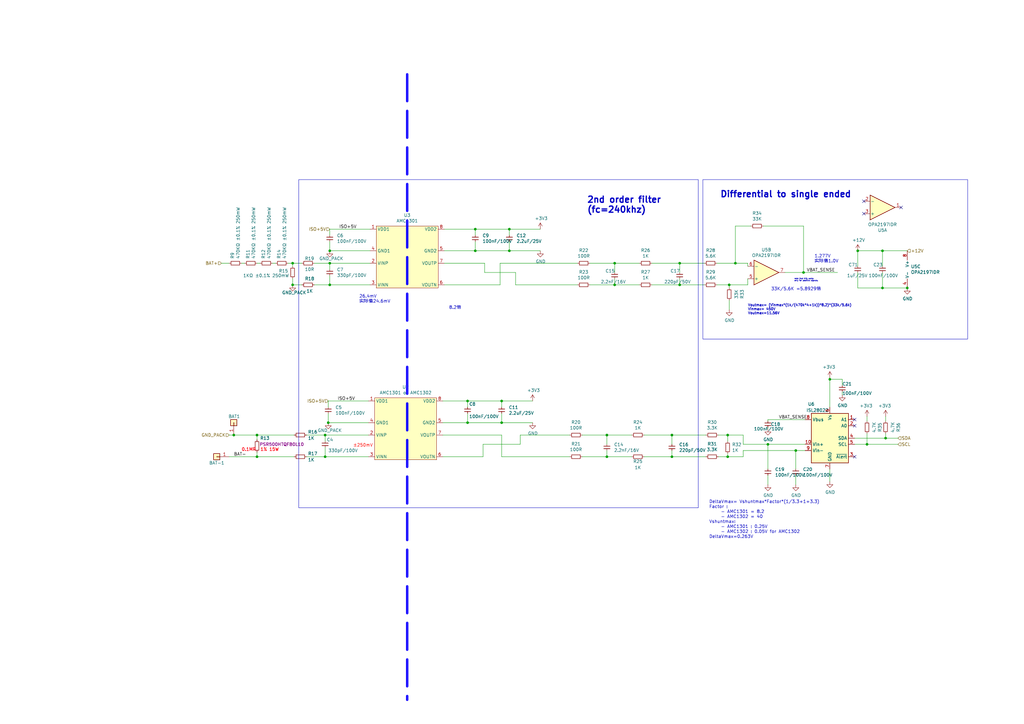
<source format=kicad_sch>
(kicad_sch (version 20230121) (generator eeschema)

  (uuid 876b9c34-ba45-4bcc-858f-64bb062a9549)

  (paper "A3")

  (title_block
    (date "2023-10-19")
    (rev "V0.1")
    (company "teTra")
  )

  (lib_symbols
    (symbol "Amplifier_Audio:AMC1301" (in_bom yes) (on_board yes)
      (property "Reference" "U" (at 1.27 0 0)
        (effects (font (size 1.27 1.27)))
      )
      (property "Value" "" (at 1.27 0 0)
        (effects (font (size 1.27 1.27)))
      )
      (property "Footprint" "" (at 1.27 0 0)
        (effects (font (size 1.27 1.27)) hide)
      )
      (property "Datasheet" "" (at 1.27 0 0)
        (effects (font (size 1.27 1.27)) hide)
      )
      (symbol "AMC1301_0_1"
        (rectangle (start -12.7 12.7) (end 12.7 -12.7)
          (stroke (width 0) (type solid))
          (fill (type background))
        )
      )
      (symbol "AMC1301_1_1"
        (pin input line (at -15.24 11.43 0) (length 2.54)
          (name "VDD1" (effects (font (size 1.27 1.27))))
          (number "1" (effects (font (size 1.27 1.27))))
        )
        (pin input line (at -15.24 -2.54 0) (length 2.54)
          (name "VINP" (effects (font (size 1.27 1.27))))
          (number "2" (effects (font (size 1.27 1.27))))
        )
        (pin input line (at -15.24 -11.43 0) (length 2.54)
          (name "VINN" (effects (font (size 1.27 1.27))))
          (number "3" (effects (font (size 1.27 1.27))))
        )
        (pin input line (at -15.24 2.54 0) (length 2.54)
          (name "GND1" (effects (font (size 1.27 1.27))))
          (number "4" (effects (font (size 1.27 1.27))))
        )
        (pin input line (at 15.24 2.54 180) (length 2.54)
          (name "GND2" (effects (font (size 1.27 1.27))))
          (number "5" (effects (font (size 1.27 1.27))))
        )
        (pin input line (at 15.24 -11.43 180) (length 2.54)
          (name "VOUTN" (effects (font (size 1.27 1.27))))
          (number "6" (effects (font (size 1.27 1.27))))
        )
        (pin input line (at 15.24 -2.54 180) (length 2.54)
          (name "VOUTP" (effects (font (size 1.27 1.27))))
          (number "7" (effects (font (size 1.27 1.27))))
        )
        (pin input line (at 15.24 11.43 180) (length 2.54)
          (name "VDD2" (effects (font (size 1.27 1.27))))
          (number "8" (effects (font (size 1.27 1.27))))
        )
      )
    )
    (symbol "Amplifier_Operational:OPA2376xxD" (pin_names (offset 0.127)) (in_bom yes) (on_board yes)
      (property "Reference" "U" (at 0 5.08 0)
        (effects (font (size 1.27 1.27)) (justify left))
      )
      (property "Value" "OPA2376xxD" (at 0 -5.08 0)
        (effects (font (size 1.27 1.27)) (justify left))
      )
      (property "Footprint" "" (at 0 0 0)
        (effects (font (size 1.27 1.27)) hide)
      )
      (property "Datasheet" "http://www.ti.com/lit/ds/symlink/opa376.pdf" (at 0 0 0)
        (effects (font (size 1.27 1.27)) hide)
      )
      (property "ki_locked" "" (at 0 0 0)
        (effects (font (size 1.27 1.27)))
      )
      (property "ki_keywords" "dual opamp" (at 0 0 0)
        (effects (font (size 1.27 1.27)) hide)
      )
      (property "ki_description" "Dual Low-Noise, Low Quiescent Current, Precision Operational Amplifier e-trim Series, SOIC-8" (at 0 0 0)
        (effects (font (size 1.27 1.27)) hide)
      )
      (property "ki_fp_filters" "SOIC*3.9x4.9mm*P1.27mm* DIP*W7.62mm* TO*99* OnSemi*Micro8* TSSOP*3x3mm*P0.65mm* TSSOP*4.4x3mm*P0.65mm* MSOP*3x3mm*P0.65mm* SSOP*3.9x4.9mm*P0.635mm* LFCSP*2x2mm*P0.5mm* *SIP* SOIC*5.3x6.2mm*P1.27mm*" (at 0 0 0)
        (effects (font (size 1.27 1.27)) hide)
      )
      (symbol "OPA2376xxD_1_1"
        (polyline
          (pts
            (xy -5.08 5.08)
            (xy 5.08 0)
            (xy -5.08 -5.08)
            (xy -5.08 5.08)
          )
          (stroke (width 0.254) (type default))
          (fill (type background))
        )
        (pin output line (at 7.62 0 180) (length 2.54)
          (name "~" (effects (font (size 1.27 1.27))))
          (number "1" (effects (font (size 1.27 1.27))))
        )
        (pin input line (at -7.62 -2.54 0) (length 2.54)
          (name "-" (effects (font (size 1.27 1.27))))
          (number "2" (effects (font (size 1.27 1.27))))
        )
        (pin input line (at -7.62 2.54 0) (length 2.54)
          (name "+" (effects (font (size 1.27 1.27))))
          (number "3" (effects (font (size 1.27 1.27))))
        )
      )
      (symbol "OPA2376xxD_2_1"
        (polyline
          (pts
            (xy -5.08 5.08)
            (xy 5.08 0)
            (xy -5.08 -5.08)
            (xy -5.08 5.08)
          )
          (stroke (width 0.254) (type default))
          (fill (type background))
        )
        (pin input line (at -7.62 2.54 0) (length 2.54)
          (name "+" (effects (font (size 1.27 1.27))))
          (number "5" (effects (font (size 1.27 1.27))))
        )
        (pin input line (at -7.62 -2.54 0) (length 2.54)
          (name "-" (effects (font (size 1.27 1.27))))
          (number "6" (effects (font (size 1.27 1.27))))
        )
        (pin output line (at 7.62 0 180) (length 2.54)
          (name "~" (effects (font (size 1.27 1.27))))
          (number "7" (effects (font (size 1.27 1.27))))
        )
      )
      (symbol "OPA2376xxD_3_1"
        (pin power_in line (at -2.54 -7.62 90) (length 3.81)
          (name "V-" (effects (font (size 1.27 1.27))))
          (number "4" (effects (font (size 1.27 1.27))))
        )
        (pin power_in line (at -2.54 7.62 270) (length 3.81)
          (name "V+" (effects (font (size 1.27 1.27))))
          (number "8" (effects (font (size 1.27 1.27))))
        )
      )
    )
    (symbol "Analog_ADC:‎ISL28022" (in_bom yes) (on_board yes)
      (property "Reference" "U" (at 0 1.27 0)
        (effects (font (size 1.27 1.27)))
      )
      (property "Value" "" (at 0 1.27 0)
        (effects (font (size 1.27 1.27)))
      )
      (property "Footprint" "" (at 0 1.27 0)
        (effects (font (size 1.27 1.27)) hide)
      )
      (property "Datasheet" "" (at 0 1.27 0)
        (effects (font (size 1.27 1.27)) hide)
      )
      (symbol "‎ISL28022_0_1"
        (rectangle (start -7.62 10.16) (end 7.62 -10.16)
          (stroke (width 0.254) (type solid))
          (fill (type background))
        )
      )
      (symbol "‎ISL28022_1_1"
        (pin passive line (at 10.16 7.62 180) (length 2.54)
          (name "A1" (effects (font (size 1.27 1.27))))
          (number "1" (effects (font (size 1.27 1.27))))
        )
        (pin input line (at -10.16 -2.54 0) (length 2.54)
          (name "Vin+" (effects (font (size 1.27 1.27))))
          (number "10" (effects (font (size 1.27 1.27))))
        )
        (pin passive line (at 10.16 5.08 180) (length 2.54)
          (name "A0" (effects (font (size 1.27 1.27))))
          (number "2" (effects (font (size 1.27 1.27))))
        )
        (pin open_collector line (at 10.16 -7.62 180) (length 2.54)
          (name "~{Alert}" (effects (font (size 1.27 1.27))))
          (number "3" (effects (font (size 1.27 1.27))))
        )
        (pin bidirectional line (at 10.16 0 180) (length 2.54)
          (name "SDA" (effects (font (size 1.27 1.27))))
          (number "4" (effects (font (size 1.27 1.27))))
        )
        (pin input line (at 10.16 -2.54 180) (length 2.54)
          (name "SCL" (effects (font (size 1.27 1.27))))
          (number "5" (effects (font (size 1.27 1.27))))
        )
        (pin power_in line (at 0 12.7 270) (length 2.54)
          (name "Vs" (effects (font (size 1.27 1.27))))
          (number "6" (effects (font (size 1.27 1.27))))
        )
        (pin power_in line (at 0 -12.7 90) (length 2.54)
          (name "GND" (effects (font (size 1.27 1.27))))
          (number "7" (effects (font (size 1.27 1.27))))
        )
        (pin input line (at -10.16 7.62 0) (length 2.54)
          (name "Vbus" (effects (font (size 1.27 1.27))))
          (number "8" (effects (font (size 1.27 1.27))))
        )
        (pin input line (at -10.16 -5.08 0) (length 2.54)
          (name "Vin-" (effects (font (size 1.27 1.27))))
          (number "9" (effects (font (size 1.27 1.27))))
        )
      )
    )
    (symbol "Connector_Generic:Conn_01x01" (pin_names (offset 1.016) hide) (in_bom yes) (on_board yes)
      (property "Reference" "J" (at 0 2.54 0)
        (effects (font (size 1.27 1.27)))
      )
      (property "Value" "Conn_01x01" (at 0 -2.54 0)
        (effects (font (size 1.27 1.27)))
      )
      (property "Footprint" "" (at 0 0 0)
        (effects (font (size 1.27 1.27)) hide)
      )
      (property "Datasheet" "~" (at 0 0 0)
        (effects (font (size 1.27 1.27)) hide)
      )
      (property "ki_keywords" "connector" (at 0 0 0)
        (effects (font (size 1.27 1.27)) hide)
      )
      (property "ki_description" "Generic connector, single row, 01x01, script generated (kicad-library-utils/schlib/autogen/connector/)" (at 0 0 0)
        (effects (font (size 1.27 1.27)) hide)
      )
      (property "ki_fp_filters" "Connector*:*_1x??_*" (at 0 0 0)
        (effects (font (size 1.27 1.27)) hide)
      )
      (symbol "Conn_01x01_1_1"
        (rectangle (start -1.27 0.127) (end 0 -0.127)
          (stroke (width 0.1524) (type default))
          (fill (type none))
        )
        (rectangle (start -1.27 1.27) (end 1.27 -1.27)
          (stroke (width 0.254) (type default))
          (fill (type background))
        )
        (pin passive line (at -5.08 0 0) (length 3.81)
          (name "Pin_1" (effects (font (size 1.27 1.27))))
          (number "1" (effects (font (size 1.27 1.27))))
        )
      )
    )
    (symbol "Device:C" (pin_numbers hide) (pin_names (offset 0.254)) (in_bom yes) (on_board yes)
      (property "Reference" "C" (at 0.635 2.54 0)
        (effects (font (size 1.27 1.27)) (justify left))
      )
      (property "Value" "C" (at 0.635 -2.54 0)
        (effects (font (size 1.27 1.27)) (justify left))
      )
      (property "Footprint" "" (at 0.9652 -3.81 0)
        (effects (font (size 1.27 1.27)) hide)
      )
      (property "Datasheet" "~" (at 0 0 0)
        (effects (font (size 1.27 1.27)) hide)
      )
      (property "ki_keywords" "cap capacitor" (at 0 0 0)
        (effects (font (size 1.27 1.27)) hide)
      )
      (property "ki_description" "Unpolarized capacitor" (at 0 0 0)
        (effects (font (size 1.27 1.27)) hide)
      )
      (property "ki_fp_filters" "C_*" (at 0 0 0)
        (effects (font (size 1.27 1.27)) hide)
      )
      (symbol "C_1_1"
        (polyline
          (pts
            (xy -1.27 -0.508)
            (xy 1.27 -0.508)
          )
          (stroke (width 0.254) (type default))
          (fill (type none))
        )
        (polyline
          (pts
            (xy -1.27 0.508)
            (xy 1.27 0.508)
          )
          (stroke (width 0.254) (type default))
          (fill (type none))
        )
        (pin passive line (at 0 1.27 270) (length 0.762)
          (name "~" (effects (font (size 1.27 1.27))))
          (number "1" (effects (font (size 1.27 1.27))))
        )
        (pin passive line (at 0 -1.27 90) (length 0.762)
          (name "~" (effects (font (size 1.27 1.27))))
          (number "2" (effects (font (size 1.27 1.27))))
        )
      )
    )
    (symbol "Device:R_Small" (pin_numbers hide) (pin_names (offset 0.254) hide) (in_bom yes) (on_board yes)
      (property "Reference" "R" (at 0.762 0.508 0)
        (effects (font (size 1.27 1.27)) (justify left))
      )
      (property "Value" "R_Small" (at 0.762 -1.016 0)
        (effects (font (size 1.27 1.27)) (justify left))
      )
      (property "Footprint" "" (at 0 0 0)
        (effects (font (size 1.27 1.27)) hide)
      )
      (property "Datasheet" "~" (at 0 0 0)
        (effects (font (size 1.27 1.27)) hide)
      )
      (property "ki_keywords" "R resistor" (at 0 0 0)
        (effects (font (size 1.27 1.27)) hide)
      )
      (property "ki_description" "Resistor, small symbol" (at 0 0 0)
        (effects (font (size 1.27 1.27)) hide)
      )
      (property "ki_fp_filters" "R_*" (at 0 0 0)
        (effects (font (size 1.27 1.27)) hide)
      )
      (symbol "R_Small_0_1"
        (rectangle (start -0.762 1.778) (end 0.762 -1.778)
          (stroke (width 0.2032) (type default))
          (fill (type none))
        )
      )
      (symbol "R_Small_1_1"
        (pin passive line (at 0 2.54 270) (length 0.762)
          (name "~" (effects (font (size 1.27 1.27))))
          (number "1" (effects (font (size 1.27 1.27))))
        )
        (pin passive line (at 0 -2.54 90) (length 0.762)
          (name "~" (effects (font (size 1.27 1.27))))
          (number "2" (effects (font (size 1.27 1.27))))
        )
      )
    )
    (symbol "power:+12V" (power) (pin_names (offset 0)) (in_bom yes) (on_board yes)
      (property "Reference" "#PWR" (at 0 -3.81 0)
        (effects (font (size 1.27 1.27)) hide)
      )
      (property "Value" "+12V" (at 0 3.556 0)
        (effects (font (size 1.27 1.27)))
      )
      (property "Footprint" "" (at 0 0 0)
        (effects (font (size 1.27 1.27)) hide)
      )
      (property "Datasheet" "" (at 0 0 0)
        (effects (font (size 1.27 1.27)) hide)
      )
      (property "ki_keywords" "global power" (at 0 0 0)
        (effects (font (size 1.27 1.27)) hide)
      )
      (property "ki_description" "Power symbol creates a global label with name \"+12V\"" (at 0 0 0)
        (effects (font (size 1.27 1.27)) hide)
      )
      (symbol "+12V_0_1"
        (polyline
          (pts
            (xy -0.762 1.27)
            (xy 0 2.54)
          )
          (stroke (width 0) (type default))
          (fill (type none))
        )
        (polyline
          (pts
            (xy 0 0)
            (xy 0 2.54)
          )
          (stroke (width 0) (type default))
          (fill (type none))
        )
        (polyline
          (pts
            (xy 0 2.54)
            (xy 0.762 1.27)
          )
          (stroke (width 0) (type default))
          (fill (type none))
        )
      )
      (symbol "+12V_1_1"
        (pin power_in line (at 0 0 90) (length 0) hide
          (name "+12V" (effects (font (size 1.27 1.27))))
          (number "1" (effects (font (size 1.27 1.27))))
        )
      )
    )
    (symbol "power:+3V3" (power) (pin_names (offset 0)) (in_bom yes) (on_board yes)
      (property "Reference" "#PWR" (at 0 -3.81 0)
        (effects (font (size 1.27 1.27)) hide)
      )
      (property "Value" "+3V3" (at 0 3.556 0)
        (effects (font (size 1.27 1.27)))
      )
      (property "Footprint" "" (at 0 0 0)
        (effects (font (size 1.27 1.27)) hide)
      )
      (property "Datasheet" "" (at 0 0 0)
        (effects (font (size 1.27 1.27)) hide)
      )
      (property "ki_keywords" "global power" (at 0 0 0)
        (effects (font (size 1.27 1.27)) hide)
      )
      (property "ki_description" "Power symbol creates a global label with name \"+3V3\"" (at 0 0 0)
        (effects (font (size 1.27 1.27)) hide)
      )
      (symbol "+3V3_0_1"
        (polyline
          (pts
            (xy -0.762 1.27)
            (xy 0 2.54)
          )
          (stroke (width 0) (type default))
          (fill (type none))
        )
        (polyline
          (pts
            (xy 0 0)
            (xy 0 2.54)
          )
          (stroke (width 0) (type default))
          (fill (type none))
        )
        (polyline
          (pts
            (xy 0 2.54)
            (xy 0.762 1.27)
          )
          (stroke (width 0) (type default))
          (fill (type none))
        )
      )
      (symbol "+3V3_1_1"
        (pin power_in line (at 0 0 90) (length 0) hide
          (name "+3V3" (effects (font (size 1.27 1.27))))
          (number "1" (effects (font (size 1.27 1.27))))
        )
      )
    )
    (symbol "power:GND" (power) (pin_names (offset 0)) (in_bom yes) (on_board yes)
      (property "Reference" "#PWR" (at 0 -6.35 0)
        (effects (font (size 1.27 1.27)) hide)
      )
      (property "Value" "GND" (at 0 -3.81 0)
        (effects (font (size 1.27 1.27)))
      )
      (property "Footprint" "" (at 0 0 0)
        (effects (font (size 1.27 1.27)) hide)
      )
      (property "Datasheet" "" (at 0 0 0)
        (effects (font (size 1.27 1.27)) hide)
      )
      (property "ki_keywords" "global power" (at 0 0 0)
        (effects (font (size 1.27 1.27)) hide)
      )
      (property "ki_description" "Power symbol creates a global label with name \"GND\" , ground" (at 0 0 0)
        (effects (font (size 1.27 1.27)) hide)
      )
      (symbol "GND_0_1"
        (polyline
          (pts
            (xy 0 0)
            (xy 0 -1.27)
            (xy 1.27 -1.27)
            (xy 0 -2.54)
            (xy -1.27 -1.27)
            (xy 0 -1.27)
          )
          (stroke (width 0) (type default))
          (fill (type none))
        )
      )
      (symbol "GND_1_1"
        (pin power_in line (at 0 0 270) (length 0) hide
          (name "GND" (effects (font (size 1.27 1.27))))
          (number "1" (effects (font (size 1.27 1.27))))
        )
      )
    )
    (symbol "power:GND_PACK" (power) (pin_names (offset 0)) (in_bom yes) (on_board yes)
      (property "Reference" "#PWR" (at 0 -6.35 0)
        (effects (font (size 1.27 1.27)) hide)
      )
      (property "Value" "GND_PACK" (at 0 -3.81 0)
        (effects (font (size 1.27 1.27)))
      )
      (property "Footprint" "" (at 0 0 0)
        (effects (font (size 1.27 1.27)) hide)
      )
      (property "Datasheet" "" (at 0 0 0)
        (effects (font (size 1.27 1.27)) hide)
      )
      (property "ki_keywords" "global power" (at 0 0 0)
        (effects (font (size 1.27 1.27)) hide)
      )
      (property "ki_description" "Power symbol creates a global label with name \"GND_PACK\" , ground" (at 0 0 0)
        (effects (font (size 1.27 1.27)) hide)
      )
      (symbol "GND_PACK_0_1"
        (polyline
          (pts
            (xy 0 0)
            (xy 0 -1.27)
            (xy 1.27 -1.27)
            (xy 0 -2.54)
            (xy -1.27 -1.27)
            (xy 0 -1.27)
          )
          (stroke (width 0) (type default))
          (fill (type none))
        )
      )
      (symbol "GND_PACK_1_1"
        (pin power_in line (at 0 0 270) (length 0) hide
          (name "GND_PACK" (effects (font (size 1.27 1.27))))
          (number "1" (effects (font (size 1.27 1.27))))
        )
      )
    )
  )

  (junction (at 135.255 102.87) (diameter 0) (color 0 0 0 0)
    (uuid 0057f9f2-b274-41d0-8254-27fa6c857238)
  )
  (junction (at 252.095 107.95) (diameter 0) (color 0 0 0 0)
    (uuid 093703fa-0bcc-41ca-bf13-311e2c95ee18)
  )
  (junction (at 208.915 93.98) (diameter 0) (color 0 0 0 0)
    (uuid 0aee76bc-a09e-4c7a-a96e-3a8d8b892712)
  )
  (junction (at 248.92 178.435) (diameter 0) (color 0 0 0 0)
    (uuid 125ac5e9-ae2b-49b7-92ae-32e2af0a7e37)
  )
  (junction (at 326.39 184.785) (diameter 0) (color 0 0 0 0)
    (uuid 189462bc-2cf9-4adb-9814-f4117bd47417)
  )
  (junction (at 301.625 107.95) (diameter 0) (color 0 0 0 0)
    (uuid 221edf3b-5c13-423d-ba4c-0452a9168d60)
  )
  (junction (at 133.35 178.435) (diameter 0) (color 0 0 0 0)
    (uuid 26bd9a43-6a02-44d0-b3c9-178b7eb3c019)
  )
  (junction (at 135.255 107.95) (diameter 0) (color 0 0 0 0)
    (uuid 2e247cf9-08cb-4cfc-afe4-5049987a4dfa)
  )
  (junction (at 278.765 116.84) (diameter 0) (color 0 0 0 0)
    (uuid 2ed2075a-b150-48ba-a7b4-29658b5d0c8a)
  )
  (junction (at 208.915 102.87) (diameter 0) (color 0 0 0 0)
    (uuid 31f5afa6-1d1a-43c8-912f-9ba55fb126bc)
  )
  (junction (at 298.45 178.435) (diameter 0) (color 0 0 0 0)
    (uuid 32b09fb3-0ad5-420e-9a82-cee236a24f0b)
  )
  (junction (at 133.35 187.325) (diameter 0) (color 0 0 0 0)
    (uuid 354273c7-9b62-4dfa-85a5-41d02c844d9f)
  )
  (junction (at 361.95 102.87) (diameter 0) (color 0 0 0 0)
    (uuid 36d19f12-72ca-4e1f-9456-88e58fddc2cd)
  )
  (junction (at 135.255 116.84) (diameter 0) (color 0 0 0 0)
    (uuid 3e970632-bf21-471b-9684-c991000630ca)
  )
  (junction (at 340.36 155.575) (diameter 0) (color 0 0 0 0)
    (uuid 3f1d6600-1634-473a-bdea-8fb5f71c895d)
  )
  (junction (at 120.015 107.95) (diameter 0) (color 0 0 0 0)
    (uuid 444efe65-f0f4-406d-9182-f055c15284a5)
  )
  (junction (at 95.885 178.435) (diameter 0) (color 0 0 0 0)
    (uuid 469eb94d-d498-4a7e-8b08-ca524d4b9505)
  )
  (junction (at 120.015 116.84) (diameter 0) (color 0 0 0 0)
    (uuid 4cc87cf6-4a0e-48ed-999a-b7764405d2b8)
  )
  (junction (at 361.95 118.11) (diameter 0) (color 0 0 0 0)
    (uuid 4e0750d1-c613-437b-aa59-4f0163e64b07)
  )
  (junction (at 252.095 116.84) (diameter 0) (color 0 0 0 0)
    (uuid 53e7ad19-22c0-437b-a6a2-4892758f52d1)
  )
  (junction (at 275.59 187.325) (diameter 0) (color 0 0 0 0)
    (uuid 53fa1f5d-0380-48dc-be21-69b81dd5cd9b)
  )
  (junction (at 275.59 178.435) (diameter 0) (color 0 0 0 0)
    (uuid 57a7ac96-1b1f-4ac8-a6b9-c90d0137fa0d)
  )
  (junction (at 248.92 187.325) (diameter 0) (color 0 0 0 0)
    (uuid 5af11b93-492a-4a73-bc73-b44df8228ae6)
  )
  (junction (at 205.74 164.465) (diameter 0) (color 0 0 0 0)
    (uuid 675fc0ac-10c9-4e7f-b1aa-cb0c25e1e525)
  )
  (junction (at 363.22 179.705) (diameter 0) (color 0 0 0 0)
    (uuid 6e9feca0-55fe-4af6-b8e8-551d6fbdb929)
  )
  (junction (at 314.96 182.245) (diameter 0) (color 0 0 0 0)
    (uuid 71ad26df-f92a-44dd-a40e-57e9feb52eae)
  )
  (junction (at 329.565 111.76) (diameter 0) (color 0 0 0 0)
    (uuid 73104df4-f07f-4510-be79-4f10b38605e7)
  )
  (junction (at 194.945 93.98) (diameter 0) (color 0 0 0 0)
    (uuid 77095a34-0b6f-4d9e-848c-8ddd036ad85b)
  )
  (junction (at 134.62 173.355) (diameter 0) (color 0 0 0 0)
    (uuid 7ccd2b7f-e490-4009-b5da-fc21944acd23)
  )
  (junction (at 298.45 187.325) (diameter 0) (color 0 0 0 0)
    (uuid 8227a1c6-c68b-4725-93a2-51ace1cce5de)
  )
  (junction (at 105.41 187.325) (diameter 0) (color 0 0 0 0)
    (uuid 859d5239-e6c9-4544-95cd-e4c5613799b1)
  )
  (junction (at 351.79 102.87) (diameter 0) (color 0 0 0 0)
    (uuid aec52137-f66c-4a37-81b5-c5d1c6c6dae0)
  )
  (junction (at 372.11 118.11) (diameter 0) (color 0 0 0 0)
    (uuid b5dc6ab9-830e-484d-b2d5-a438412e497f)
  )
  (junction (at 191.77 164.465) (diameter 0) (color 0 0 0 0)
    (uuid c22ddd5d-aee9-4365-a1de-8e3f66738622)
  )
  (junction (at 194.945 102.87) (diameter 0) (color 0 0 0 0)
    (uuid c4df7601-13fa-4528-9229-c1062863b1f8)
  )
  (junction (at 205.74 173.355) (diameter 0) (color 0 0 0 0)
    (uuid d432cd8c-a958-4edc-9b0f-d911da5479c5)
  )
  (junction (at 278.765 107.95) (diameter 0) (color 0 0 0 0)
    (uuid d7da2519-1f40-4bd3-989e-8f122da04fd8)
  )
  (junction (at 299.085 116.84) (diameter 0) (color 0 0 0 0)
    (uuid e0b6ba1c-2f2e-4303-b745-1702424216a3)
  )
  (junction (at 191.77 173.355) (diameter 0) (color 0 0 0 0)
    (uuid e30f2481-9aaa-4a1a-8fe0-f0f6fa4da926)
  )
  (junction (at 105.41 178.435) (diameter 0) (color 0 0 0 0)
    (uuid ef84a8b6-0195-4b58-907a-2a18e8d733d2)
  )
  (junction (at 355.6 182.245) (diameter 0) (color 0 0 0 0)
    (uuid f9354b30-7809-4d11-8aeb-3270fbd03254)
  )

  (no_connect (at 369.57 85.09) (uuid 1f0b7ee2-1162-4795-b475-ac43d20c2039))
  (no_connect (at 350.52 187.325) (uuid 29469e03-c31f-43c1-9fc0-bdfee6b879a5))
  (no_connect (at 354.33 87.63) (uuid 387d263e-5786-48b4-86bb-49f85a974740))
  (no_connect (at 350.52 174.625) (uuid 39d8c956-1e2a-4daa-b197-270afaa4038f))
  (no_connect (at 354.33 82.55) (uuid 5f7545a7-774c-4225-8e98-cf13e920d21f))
  (no_connect (at 350.52 172.085) (uuid 8bcd9b0a-76c3-41fa-a86e-2ca64e9662cd))

  (wire (pts (xy 105.41 107.95) (xy 106.68 107.95))
    (stroke (width 0) (type default))
    (uuid 048b99e2-be31-4c93-bafc-530bbc1547ce)
  )
  (wire (pts (xy 351.79 102.87) (xy 351.79 109.22))
    (stroke (width 0) (type default))
    (uuid 058f373d-c4fa-4974-90c9-ae31a9e7c9eb)
  )
  (wire (pts (xy 120.015 107.95) (xy 123.825 107.95))
    (stroke (width 0) (type default))
    (uuid 06376d45-fbc1-4ed4-ae30-d5824cfd6ac7)
  )
  (wire (pts (xy 135.255 113.03) (xy 135.255 116.84))
    (stroke (width 0) (type default))
    (uuid 068c18ca-3b3d-4cdf-aa12-747a1bc9378b)
  )
  (wire (pts (xy 355.6 177.8) (xy 355.6 182.245))
    (stroke (width 0) (type default))
    (uuid 0887f320-4f39-47ec-9529-adccf2c82dc5)
  )
  (wire (pts (xy 205.74 164.465) (xy 205.74 167.005))
    (stroke (width 0) (type default))
    (uuid 09f5d43d-d7da-4ea1-8e75-302a440a4ce9)
  )
  (wire (pts (xy 306.705 114.3) (xy 306.705 116.84))
    (stroke (width 0) (type default))
    (uuid 0f845f59-1885-48a7-b518-adf55733182d)
  )
  (wire (pts (xy 205.74 187.325) (xy 233.68 187.325))
    (stroke (width 0) (type default))
    (uuid 107de057-2dfa-4dd0-8bd4-c0c89ca6df6b)
  )
  (wire (pts (xy 252.095 116.84) (xy 262.255 116.84))
    (stroke (width 0) (type default))
    (uuid 10e2c295-42ed-4ecd-8a5a-59174368e0a9)
  )
  (wire (pts (xy 326.39 184.785) (xy 326.39 192.405))
    (stroke (width 0) (type default))
    (uuid 12c473fc-2908-441f-b373-9980ac426e2f)
  )
  (wire (pts (xy 248.92 184.785) (xy 248.92 187.325))
    (stroke (width 0) (type default))
    (uuid 13bc06d9-0260-4b8c-bee8-4408cccc8d30)
  )
  (wire (pts (xy 298.45 187.325) (xy 304.8 187.325))
    (stroke (width 0) (type default))
    (uuid 17741934-514b-4c88-9db6-324f40ea7cd2)
  )
  (wire (pts (xy 299.085 116.84) (xy 306.705 116.84))
    (stroke (width 0) (type default))
    (uuid 1a432186-7592-46c3-b301-b497ee934063)
  )
  (wire (pts (xy 198.12 182.245) (xy 198.12 187.325))
    (stroke (width 0) (type default))
    (uuid 1a825799-30c7-43b7-9c2e-fefb2b3fa7c5)
  )
  (wire (pts (xy 134.62 164.465) (xy 134.62 167.005))
    (stroke (width 0) (type default))
    (uuid 1f449be2-8367-487b-8ac9-3f086bf51c90)
  )
  (wire (pts (xy 191.77 164.465) (xy 191.77 167.005))
    (stroke (width 0) (type default))
    (uuid 201f6166-57bf-4229-8c56-7084f0404899)
  )
  (wire (pts (xy 306.705 107.95) (xy 306.705 109.22))
    (stroke (width 0) (type default))
    (uuid 218e8d14-7989-49fe-852b-e67c84a140b0)
  )
  (wire (pts (xy 99.06 107.95) (xy 100.33 107.95))
    (stroke (width 0) (type default))
    (uuid 21a2a973-530a-4409-8a4e-e6805033f0de)
  )
  (wire (pts (xy 194.945 93.98) (xy 194.945 96.52))
    (stroke (width 0) (type default))
    (uuid 230a60b3-880c-4064-9694-5d52aba9162c)
  )
  (wire (pts (xy 345.44 160.655) (xy 345.44 161.925))
    (stroke (width 0) (type default))
    (uuid 254d88fd-3a0c-4425-8dfc-ab6961ee51fb)
  )
  (wire (pts (xy 134.62 169.545) (xy 134.62 173.355))
    (stroke (width 0) (type default))
    (uuid 25557b42-f402-421d-aa8a-1b01dc653ad6)
  )
  (wire (pts (xy 304.8 182.245) (xy 314.96 182.245))
    (stroke (width 0) (type default))
    (uuid 25ecba46-cd74-46f6-82e0-dc934ebb012b)
  )
  (wire (pts (xy 135.255 93.98) (xy 135.255 96.52))
    (stroke (width 0) (type default))
    (uuid 260dc095-edf3-40c3-81ad-11839fafce89)
  )
  (wire (pts (xy 205.74 178.435) (xy 205.74 187.325))
    (stroke (width 0) (type default))
    (uuid 293e56fa-2a30-438c-8bae-608e3b082701)
  )
  (wire (pts (xy 252.095 107.95) (xy 252.095 111.76))
    (stroke (width 0) (type default))
    (uuid 2aa985f1-476f-4a2e-9cc6-b60408601d85)
  )
  (wire (pts (xy 314.96 182.245) (xy 314.96 192.405))
    (stroke (width 0) (type default))
    (uuid 2dc9f32d-449a-4b13-9196-baf2936e457e)
  )
  (wire (pts (xy 194.945 99.06) (xy 194.945 102.87))
    (stroke (width 0) (type default))
    (uuid 30c46a37-ec25-4e1f-8d66-7b16a8ecb8bb)
  )
  (wire (pts (xy 213.36 182.245) (xy 198.12 182.245))
    (stroke (width 0) (type default))
    (uuid 312b9036-d370-418f-8336-a7028f1ae013)
  )
  (wire (pts (xy 198.755 107.95) (xy 198.755 111.76))
    (stroke (width 0) (type default))
    (uuid 3160cb92-88f3-4513-9cb4-ecc15bebdaaf)
  )
  (wire (pts (xy 301.625 92.71) (xy 301.625 107.95))
    (stroke (width 0) (type default))
    (uuid 322b7bd0-8dbe-4130-aaac-d13655fff4b6)
  )
  (wire (pts (xy 351.79 118.11) (xy 361.95 118.11))
    (stroke (width 0) (type default))
    (uuid 328a41ba-7fc7-4cdc-b6e4-43850f9586fa)
  )
  (wire (pts (xy 304.8 187.325) (xy 304.8 184.785))
    (stroke (width 0) (type default))
    (uuid 332ffb91-e38d-4a21-8771-9a94d46b663a)
  )
  (wire (pts (xy 194.945 93.98) (xy 208.915 93.98))
    (stroke (width 0) (type default))
    (uuid 35b1b7d5-707a-4d3c-87fc-9407798540d0)
  )
  (wire (pts (xy 299.085 116.84) (xy 299.085 118.11))
    (stroke (width 0) (type default))
    (uuid 35e4480c-27a1-4677-96a9-b4c5fe103458)
  )
  (wire (pts (xy 278.765 114.3) (xy 278.765 116.84))
    (stroke (width 0) (type default))
    (uuid 392f2348-00d3-47af-b34d-7b3078832537)
  )
  (wire (pts (xy 208.915 99.06) (xy 208.915 102.87))
    (stroke (width 0) (type default))
    (uuid 3a8099b6-11f4-4c11-aadd-19929f5e9f1b)
  )
  (wire (pts (xy 329.565 111.76) (xy 343.535 111.76))
    (stroke (width 0) (type default))
    (uuid 3afb3d88-5503-4a33-acdc-e93282949c84)
  )
  (wire (pts (xy 294.64 187.325) (xy 298.45 187.325))
    (stroke (width 0) (type default))
    (uuid 3c01b22c-b786-4f94-9430-0d94ea003bdd)
  )
  (wire (pts (xy 133.35 178.435) (xy 151.13 178.435))
    (stroke (width 0) (type default))
    (uuid 3e39132b-caa4-47cd-8a39-84de2c2ab8ec)
  )
  (wire (pts (xy 278.765 116.84) (xy 288.925 116.84))
    (stroke (width 0) (type default))
    (uuid 41f71f9a-21c6-4168-a9ae-ed368b14685c)
  )
  (wire (pts (xy 275.59 178.435) (xy 275.59 182.245))
    (stroke (width 0) (type default))
    (uuid 4287562b-1413-408e-9fb2-abbaa077c437)
  )
  (wire (pts (xy 182.245 107.95) (xy 198.755 107.95))
    (stroke (width 0) (type default))
    (uuid 42ab1122-8404-4376-b7e6-078de74af93e)
  )
  (wire (pts (xy 294.005 107.95) (xy 301.625 107.95))
    (stroke (width 0) (type default))
    (uuid 433af00a-ebc9-42a9-8c95-694b4b96366a)
  )
  (wire (pts (xy 135.255 107.95) (xy 135.255 110.49))
    (stroke (width 0) (type default))
    (uuid 433bae08-acc4-490b-ae5e-5d08bc18cc9e)
  )
  (wire (pts (xy 134.62 173.355) (xy 151.13 173.355))
    (stroke (width 0) (type default))
    (uuid 44632a59-2e76-4465-87f4-9eec28d80746)
  )
  (wire (pts (xy 205.74 164.465) (xy 218.44 164.465))
    (stroke (width 0) (type default))
    (uuid 4478ca35-9d13-4f27-b271-b305aad66b83)
  )
  (wire (pts (xy 198.755 111.76) (xy 211.455 111.76))
    (stroke (width 0) (type default))
    (uuid 46c70f2b-02b3-48f3-a857-ba5a77b9d43b)
  )
  (wire (pts (xy 205.105 116.84) (xy 205.105 107.95))
    (stroke (width 0) (type default))
    (uuid 481f77ce-6d9f-4603-a695-3f479fa04fb8)
  )
  (wire (pts (xy 182.245 93.98) (xy 194.945 93.98))
    (stroke (width 0) (type default))
    (uuid 4a089e8b-220a-43ac-8179-343824f0aa8a)
  )
  (wire (pts (xy 120.015 107.95) (xy 120.015 109.22))
    (stroke (width 0) (type default))
    (uuid 527fa7dc-5418-43a2-a1a1-f9e47ac3d2c5)
  )
  (wire (pts (xy 355.6 170.815) (xy 355.6 172.72))
    (stroke (width 0) (type default))
    (uuid 5590620c-8414-4dbc-a81d-20355f389d3e)
  )
  (wire (pts (xy 275.59 178.435) (xy 289.56 178.435))
    (stroke (width 0) (type default))
    (uuid 56e9c69c-a67b-4430-800d-adf95a0f3d85)
  )
  (wire (pts (xy 133.35 183.515) (xy 133.35 187.325))
    (stroke (width 0) (type default))
    (uuid 5b43aac2-cde6-4f3d-adf4-6ec86ae1737e)
  )
  (wire (pts (xy 363.22 179.705) (xy 368.3 179.705))
    (stroke (width 0) (type default))
    (uuid 5c073899-4ebc-436e-a188-8da634aff30e)
  )
  (wire (pts (xy 351.79 111.76) (xy 351.79 118.11))
    (stroke (width 0) (type default))
    (uuid 60c26cc9-ce5a-4d12-9ff8-d7cd724bbb4d)
  )
  (wire (pts (xy 361.95 111.76) (xy 361.95 118.11))
    (stroke (width 0) (type default))
    (uuid 61fcefcb-52f0-4f3d-9e98-ffc0dc765388)
  )
  (wire (pts (xy 267.335 116.84) (xy 278.765 116.84))
    (stroke (width 0) (type default))
    (uuid 63a629fb-f64c-4353-a0cb-dc934c87a41c)
  )
  (wire (pts (xy 205.74 169.545) (xy 205.74 173.355))
    (stroke (width 0) (type default))
    (uuid 66df04ca-1276-4f45-aac3-1aca4e34e7aa)
  )
  (wire (pts (xy 191.77 164.465) (xy 205.74 164.465))
    (stroke (width 0) (type default))
    (uuid 69ada37e-0818-4e2f-835c-ed1d2cf7271c)
  )
  (wire (pts (xy 298.45 178.435) (xy 298.45 180.975))
    (stroke (width 0) (type default))
    (uuid 6c70a6c5-1477-46c6-8484-143c9813937c)
  )
  (wire (pts (xy 314.96 182.245) (xy 330.2 182.245))
    (stroke (width 0) (type default))
    (uuid 71052562-3e77-4446-97e4-ef7c8bb41ff0)
  )
  (wire (pts (xy 135.255 99.06) (xy 135.255 102.87))
    (stroke (width 0) (type default))
    (uuid 7374ade0-b1ee-4da8-87e0-37c024689d28)
  )
  (wire (pts (xy 133.35 178.435) (xy 133.35 180.975))
    (stroke (width 0) (type default))
    (uuid 75569faa-6bb4-4d78-b6ea-3afe1267fd00)
  )
  (wire (pts (xy 345.44 155.575) (xy 340.36 155.575))
    (stroke (width 0) (type default))
    (uuid 7567ed3e-c1ef-4c9e-af46-cfdaddabd7c3)
  )
  (wire (pts (xy 326.39 184.785) (xy 304.8 184.785))
    (stroke (width 0) (type default))
    (uuid 7695867a-ec8a-4afa-9f46-d34c6c4e2ed2)
  )
  (wire (pts (xy 90.805 107.95) (xy 93.98 107.95))
    (stroke (width 0) (type default))
    (uuid 78121222-c706-4231-ae70-21a8d958ab93)
  )
  (wire (pts (xy 125.73 178.435) (xy 133.35 178.435))
    (stroke (width 0) (type default))
    (uuid 78bb489f-42b6-4a9f-a32e-b519e85a8f1f)
  )
  (wire (pts (xy 340.36 154.94) (xy 340.36 155.575))
    (stroke (width 0) (type default))
    (uuid 7a3fde8d-2a14-4cb9-a69e-ab646ef43581)
  )
  (wire (pts (xy 264.16 187.325) (xy 275.59 187.325))
    (stroke (width 0) (type default))
    (uuid 7b694776-d182-4e64-a8af-07922c280019)
  )
  (wire (pts (xy 118.11 107.95) (xy 120.015 107.95))
    (stroke (width 0) (type default))
    (uuid 7cd5a086-cec5-4d53-a6d8-1e8e3688e883)
  )
  (wire (pts (xy 267.335 107.95) (xy 278.765 107.95))
    (stroke (width 0) (type default))
    (uuid 7e10db24-3fa2-4d39-82b2-30bfc8382e87)
  )
  (wire (pts (xy 350.52 179.705) (xy 363.22 179.705))
    (stroke (width 0) (type default))
    (uuid 81d329ba-99ce-48e8-bb73-28a972fc3804)
  )
  (wire (pts (xy 321.945 111.76) (xy 329.565 111.76))
    (stroke (width 0) (type default))
    (uuid 844eb412-b975-4287-b760-7375f0126737)
  )
  (wire (pts (xy 135.255 107.95) (xy 151.765 107.95))
    (stroke (width 0) (type default))
    (uuid 870e6209-dfa9-4e74-9502-16b4966897d2)
  )
  (wire (pts (xy 105.41 180.34) (xy 105.41 178.435))
    (stroke (width 0) (type default))
    (uuid 8794c277-fad4-4b92-90be-06888631f007)
  )
  (wire (pts (xy 95.885 178.435) (xy 105.41 178.435))
    (stroke (width 0) (type default))
    (uuid 884f3163-8e80-4391-807d-ac8dfcdf5b14)
  )
  (wire (pts (xy 205.74 173.355) (xy 218.44 173.355))
    (stroke (width 0) (type default))
    (uuid 8bd36e75-227e-4ac0-93e1-c0e97b04d8ff)
  )
  (wire (pts (xy 191.77 173.355) (xy 205.74 173.355))
    (stroke (width 0) (type default))
    (uuid 8c4b642b-4d39-4da9-96f6-433c50626c74)
  )
  (wire (pts (xy 111.76 107.95) (xy 113.03 107.95))
    (stroke (width 0) (type default))
    (uuid 8c9c451d-5e90-48ac-aa22-727e706fdd23)
  )
  (wire (pts (xy 361.95 102.87) (xy 361.95 109.22))
    (stroke (width 0) (type default))
    (uuid 8d554941-5860-4e3f-91eb-0d180f2bcd17)
  )
  (wire (pts (xy 120.015 116.84) (xy 123.825 116.84))
    (stroke (width 0) (type default))
    (uuid 8dba617c-544f-4bf9-ab4d-39e508fc5ebb)
  )
  (wire (pts (xy 208.915 93.98) (xy 221.615 93.98))
    (stroke (width 0) (type default))
    (uuid 922169e1-56bf-472b-a821-2110511c4866)
  )
  (wire (pts (xy 182.245 116.84) (xy 205.105 116.84))
    (stroke (width 0) (type default))
    (uuid 96862ccd-bcfd-4d6d-b19d-a0206c78de6d)
  )
  (wire (pts (xy 301.625 107.95) (xy 306.705 107.95))
    (stroke (width 0) (type default))
    (uuid 9731acfd-40fa-49aa-a213-d6b970bb8aa4)
  )
  (wire (pts (xy 314.96 175.26) (xy 314.96 175.895))
    (stroke (width 0) (type default))
    (uuid 97e089a7-3b86-47fa-8670-e9cb0660b193)
  )
  (wire (pts (xy 340.36 155.575) (xy 340.36 167.005))
    (stroke (width 0) (type default))
    (uuid 97f226aa-05aa-4e0b-b2b3-a8ae16d29e7e)
  )
  (wire (pts (xy 105.41 187.325) (xy 120.65 187.325))
    (stroke (width 0) (type default))
    (uuid 980ea754-60cc-4617-90fe-003a0a9f2240)
  )
  (wire (pts (xy 275.59 187.325) (xy 289.56 187.325))
    (stroke (width 0) (type default))
    (uuid 99f3fb7a-2a9c-4412-910d-c6383a5b500b)
  )
  (wire (pts (xy 248.92 178.435) (xy 248.92 182.245))
    (stroke (width 0) (type default))
    (uuid 9c014337-f2ae-44a1-a4ac-2cf0a3bb27fd)
  )
  (wire (pts (xy 326.39 184.785) (xy 330.2 184.785))
    (stroke (width 0) (type default))
    (uuid 9eb1b989-be37-4e92-9ccc-38eb4c02d5bd)
  )
  (wire (pts (xy 120.015 114.3) (xy 120.015 116.84))
    (stroke (width 0) (type default))
    (uuid a01ee96a-9c61-4e5d-8d99-f0775f7c6d1a)
  )
  (wire (pts (xy 105.41 185.42) (xy 105.41 187.325))
    (stroke (width 0) (type default))
    (uuid a074995c-03c1-4476-a58d-9bcef9429a6a)
  )
  (wire (pts (xy 278.765 107.95) (xy 288.925 107.95))
    (stroke (width 0) (type default))
    (uuid a30e9438-e41d-45dd-9aa6-e0c99c416289)
  )
  (wire (pts (xy 181.61 178.435) (xy 205.74 178.435))
    (stroke (width 0) (type default))
    (uuid a3593e74-d932-4284-8e46-e7572a29e23d)
  )
  (wire (pts (xy 351.79 102.87) (xy 361.95 102.87))
    (stroke (width 0) (type default))
    (uuid a57699f2-117e-4a8d-ac41-386e6592783d)
  )
  (wire (pts (xy 93.98 178.435) (xy 95.885 178.435))
    (stroke (width 0) (type default))
    (uuid a60930eb-6ee2-476f-947b-b7ab5f8205c7)
  )
  (wire (pts (xy 264.16 178.435) (xy 275.59 178.435))
    (stroke (width 0) (type default))
    (uuid a7673289-ae8c-4695-ae19-2984446f6664)
  )
  (wire (pts (xy 181.61 164.465) (xy 191.77 164.465))
    (stroke (width 0) (type default))
    (uuid a850bd49-b830-40c2-af02-9ece85e98196)
  )
  (wire (pts (xy 313.055 92.71) (xy 329.565 92.71))
    (stroke (width 0) (type default))
    (uuid a88f682a-4c38-40df-8722-4114431efed3)
  )
  (wire (pts (xy 135.255 102.87) (xy 151.765 102.87))
    (stroke (width 0) (type default))
    (uuid a93eb088-d679-4f09-8155-47b2de892274)
  )
  (wire (pts (xy 151.13 164.465) (xy 134.62 164.465))
    (stroke (width 0) (type default))
    (uuid a9442be0-8894-4927-9988-1c5d1194d217)
  )
  (wire (pts (xy 361.95 118.11) (xy 372.11 118.11))
    (stroke (width 0) (type default))
    (uuid aaeb3582-bfba-4f4b-96cb-ad76e196f103)
  )
  (wire (pts (xy 128.905 107.95) (xy 135.255 107.95))
    (stroke (width 0) (type default))
    (uuid abe86132-1136-476e-a55a-9f77b1ac24de)
  )
  (wire (pts (xy 350.52 182.245) (xy 355.6 182.245))
    (stroke (width 0) (type default))
    (uuid ad2d9022-a6e8-479a-945b-fa3843730825)
  )
  (wire (pts (xy 252.095 114.3) (xy 252.095 116.84))
    (stroke (width 0) (type default))
    (uuid ad3fa4d5-a74a-4280-bacb-9b43444d7949)
  )
  (wire (pts (xy 211.455 111.76) (xy 211.455 116.84))
    (stroke (width 0) (type default))
    (uuid aedf6591-dbec-4fb0-a475-9932893c47dc)
  )
  (wire (pts (xy 205.105 107.95) (xy 236.855 107.95))
    (stroke (width 0) (type default))
    (uuid af2d69ae-3b42-4ca2-b47f-355ee7c6441b)
  )
  (wire (pts (xy 252.095 107.95) (xy 262.255 107.95))
    (stroke (width 0) (type default))
    (uuid b4abc6c7-a1bc-4ca1-a9f8-8ecbac704a6d)
  )
  (wire (pts (xy 181.61 173.355) (xy 191.77 173.355))
    (stroke (width 0) (type default))
    (uuid b6215040-00aa-4625-9e0b-e34de6949a4c)
  )
  (wire (pts (xy 211.455 116.84) (xy 236.855 116.84))
    (stroke (width 0) (type default))
    (uuid b822d036-128c-473a-9884-b17f5f060a0a)
  )
  (wire (pts (xy 128.905 116.84) (xy 135.255 116.84))
    (stroke (width 0) (type default))
    (uuid b87cf0e7-c806-4924-ae78-7dc2ffd1f30e)
  )
  (wire (pts (xy 298.45 186.055) (xy 298.45 187.325))
    (stroke (width 0) (type default))
    (uuid ba0b33b8-f797-4293-b90c-2682a2459f73)
  )
  (wire (pts (xy 340.36 192.405) (xy 340.36 197.485))
    (stroke (width 0) (type default))
    (uuid bcfc773d-92d9-41a1-8897-52d86f2ee08f)
  )
  (wire (pts (xy 294.64 178.435) (xy 298.45 178.435))
    (stroke (width 0) (type default))
    (uuid be76b7b4-0499-4f97-a578-046d1e0e22d8)
  )
  (wire (pts (xy 105.41 178.435) (xy 120.65 178.435))
    (stroke (width 0) (type default))
    (uuid be829e7c-6ed0-4dd9-8add-a8d062a561b1)
  )
  (wire (pts (xy 355.6 182.245) (xy 368.3 182.245))
    (stroke (width 0) (type default))
    (uuid c047d92d-1fd6-4eb5-b778-2910f2a65595)
  )
  (wire (pts (xy 301.625 92.71) (xy 307.975 92.71))
    (stroke (width 0) (type default))
    (uuid c6d70ecd-7425-489b-9435-7bac61348875)
  )
  (wire (pts (xy 278.765 107.95) (xy 278.765 111.76))
    (stroke (width 0) (type default))
    (uuid c8cce510-e0ee-4562-bd58-704be59653b7)
  )
  (wire (pts (xy 241.935 107.95) (xy 252.095 107.95))
    (stroke (width 0) (type default))
    (uuid c9f3863e-683a-403e-a9a7-f947dc8416ea)
  )
  (wire (pts (xy 93.98 187.325) (xy 105.41 187.325))
    (stroke (width 0) (type default))
    (uuid ce0725f2-f21b-461e-a366-baca8cf3d773)
  )
  (wire (pts (xy 151.13 187.325) (xy 133.35 187.325))
    (stroke (width 0) (type default))
    (uuid ce29f892-12d3-45cd-b65e-71aa13e03f6e)
  )
  (wire (pts (xy 191.77 169.545) (xy 191.77 173.355))
    (stroke (width 0) (type default))
    (uuid d34d0781-0741-42df-8eb1-462122f9eff5)
  )
  (wire (pts (xy 248.92 187.325) (xy 259.08 187.325))
    (stroke (width 0) (type default))
    (uuid d371727f-2f1d-48ad-aed6-a3b51c01caae)
  )
  (wire (pts (xy 198.12 187.325) (xy 181.61 187.325))
    (stroke (width 0) (type default))
    (uuid d577b896-affc-42a3-a1ae-0e87e79d9632)
  )
  (wire (pts (xy 194.945 102.87) (xy 208.915 102.87))
    (stroke (width 0) (type default))
    (uuid d618c918-cf17-447d-92f3-96555955f093)
  )
  (wire (pts (xy 213.36 178.435) (xy 233.68 178.435))
    (stroke (width 0) (type default))
    (uuid db23db60-b27f-4b48-9068-ec97c17812eb)
  )
  (wire (pts (xy 314.96 172.085) (xy 330.2 172.085))
    (stroke (width 0) (type default))
    (uuid dce7f630-500b-4081-a1a5-162c54cfe299)
  )
  (wire (pts (xy 125.73 187.325) (xy 133.35 187.325))
    (stroke (width 0) (type default))
    (uuid dce9cac2-cda5-412a-906c-b370ff1b1123)
  )
  (wire (pts (xy 363.22 177.8) (xy 363.22 179.705))
    (stroke (width 0) (type default))
    (uuid dd71a20d-92f8-429e-abcb-233873b5d3df)
  )
  (wire (pts (xy 298.45 178.435) (xy 304.8 178.435))
    (stroke (width 0) (type default))
    (uuid df8115f7-6f1c-40a2-86c7-b7d7cf3b748d)
  )
  (wire (pts (xy 275.59 184.785) (xy 275.59 187.325))
    (stroke (width 0) (type default))
    (uuid dfb07712-d398-4c35-9cd1-f8e12f4dd277)
  )
  (wire (pts (xy 241.935 116.84) (xy 252.095 116.84))
    (stroke (width 0) (type default))
    (uuid dfe3c84b-620f-43a9-831c-af51fdbcc1ea)
  )
  (wire (pts (xy 314.96 172.085) (xy 314.96 172.72))
    (stroke (width 0) (type default))
    (uuid e024456d-d5fb-4cac-a3d7-e00313492ceb)
  )
  (polyline (pts (xy 167.005 30.48) (xy 167.005 287.02))
    (stroke (width 1) (type dash) (color 23 13 255 1))
    (uuid e09bbfef-cd7c-4c16-a8e5-7a8eecfd1085)
  )

  (wire (pts (xy 345.44 155.575) (xy 345.44 158.115))
    (stroke (width 0) (type default))
    (uuid e0daf024-746c-42a0-b8db-a79fa22975f9)
  )
  (wire (pts (xy 299.085 123.19) (xy 299.085 127))
    (stroke (width 0) (type default))
    (uuid e16362e2-644e-44c3-844a-f235622c7f15)
  )
  (wire (pts (xy 304.8 178.435) (xy 304.8 182.245))
    (stroke (width 0) (type default))
    (uuid e167f93c-0239-41a3-ab0d-d544fdb16f82)
  )
  (wire (pts (xy 294.005 116.84) (xy 299.085 116.84))
    (stroke (width 0) (type default))
    (uuid e2060400-a311-4043-a810-60c4ca672f72)
  )
  (wire (pts (xy 208.915 93.98) (xy 208.915 96.52))
    (stroke (width 0) (type default))
    (uuid e27eec3e-89f5-45e9-94a1-62c6d1d68093)
  )
  (wire (pts (xy 248.92 178.435) (xy 259.08 178.435))
    (stroke (width 0) (type default))
    (uuid e4cc137f-c6e8-43e0-936e-ffb9ffeeaeb8)
  )
  (wire (pts (xy 326.39 194.945) (xy 326.39 198.755))
    (stroke (width 0) (type default))
    (uuid e7967725-cb92-4086-84d2-559790dba5ef)
  )
  (wire (pts (xy 208.915 102.87) (xy 221.615 102.87))
    (stroke (width 0) (type default))
    (uuid e8f079b1-e8c6-4c5c-b978-d1c9e981119e)
  )
  (wire (pts (xy 363.22 170.815) (xy 363.22 172.72))
    (stroke (width 0) (type default))
    (uuid ea2b6a30-13bb-4338-95da-61f84de9e672)
  )
  (wire (pts (xy 213.36 178.435) (xy 213.36 182.245))
    (stroke (width 0) (type default))
    (uuid eb5f0238-389c-4032-97d4-5d0a255801c3)
  )
  (wire (pts (xy 314.96 194.945) (xy 314.96 198.755))
    (stroke (width 0) (type default))
    (uuid ebdec27f-a47f-43b2-9c17-7e0dad926183)
  )
  (wire (pts (xy 329.565 92.71) (xy 329.565 111.76))
    (stroke (width 0) (type default))
    (uuid f11baf54-2328-4da4-88b6-81022a9ecb6b)
  )
  (wire (pts (xy 361.95 102.87) (xy 372.11 102.87))
    (stroke (width 0) (type default))
    (uuid f22f6688-953e-4366-9c4f-0bc0f6caa5dd)
  )
  (wire (pts (xy 151.765 116.84) (xy 135.255 116.84))
    (stroke (width 0) (type default))
    (uuid f58bc9d6-48ab-495f-9819-f7309a299e98)
  )
  (wire (pts (xy 151.765 93.98) (xy 135.255 93.98))
    (stroke (width 0) (type default))
    (uuid f956527a-dd10-4949-9972-3877ce51f5c0)
  )
  (wire (pts (xy 182.245 102.87) (xy 194.945 102.87))
    (stroke (width 0) (type default))
    (uuid faa6cf24-fa62-49d2-9d7e-6e9fab3e3ab7)
  )
  (wire (pts (xy 238.76 178.435) (xy 248.92 178.435))
    (stroke (width 0) (type default))
    (uuid fb5eb082-ee07-484f-a78f-5a5fed978537)
  )
  (wire (pts (xy 238.76 187.325) (xy 248.92 187.325))
    (stroke (width 0) (type default))
    (uuid fff464bf-a8c5-47d1-a54c-223c43ad42b3)
  )

  (rectangle (start 122.555 73.66) (end 286.385 208.28)
    (stroke (width 0) (type default))
    (fill (type none))
    (uuid 70314d28-ceab-40a3-b81c-074a633b7dcb)
  )
  (rectangle (start 288.29 73.66) (end 396.875 139.065)
    (stroke (width 0) (type default))
    (fill (type none))
    (uuid ecf1429a-077b-4901-b3df-9dc1974bf719)
  )

  (text "DeltaVmax= Vshuntmax*Factor*(1/3.3+1+3.3)\nFactor : \n	- AMC1301 = 8.2\n	- AMC1302 = 40\nVshuntmax:\n	- AMC1301 : 0.25V \n	- AMC1302 : 0.05V for AMC1302\nDeltaVmax=0.263V"
    (at 290.83 220.98 0)
    (effects (font (size 1.27 1.27)) (justify left bottom))
    (uuid 142434ab-0072-479c-acba-8751e7929ce0)
  )
  (text "note that this works\nonly for positive signals." (at 325.755 115.57 0)
    (effects (font (size 0.508 0.508)) (justify left bottom))
    (uuid 8e1f958e-dd9f-49e3-8a96-e764894a3c18)
  )
  (text "2nd order filter\n(fc=240khz)" (at 240.665 87.63 0)
    (effects (font (size 2.54 2.54) (thickness 0.508) bold) (justify left bottom))
    (uuid 9a977de9-1b7c-45cb-b374-a4d7c8c87f46)
  )
  (text "±250mV" (at 144.78 183.515 0)
    (effects (font (size 1.27 1.27) (color 255 14 8 1)) (justify left bottom))
    (uuid a3f70c30-f25b-4e79-90a4-eb2e44887f6f)
  )
  (text "33K/5.6K =5.8929倍" (at 316.23 119.38 0)
    (effects (font (size 1.27 1.27)) (justify left bottom))
    (uuid a4fc80a2-c6fa-4b19-8a12-45ff9f253b3c)
  )
  (text "Voutmax= (Vinmax*(1k/(470k*4+1k))*8.2)*(33k/5.6k)\nVinmax= 450V\nVoutmax=11.56V\n\n"
    (at 306.705 130.81 0)
    (effects (font (size 1.016 1.016) (thickness 0.2032) bold) (justify left bottom))
    (uuid a76f9be0-8fda-40a6-a775-0f04a8cde013)
  )
  (text "8.2倍" (at 184.15 127 0)
    (effects (font (size 1.27 1.27)) (justify left bottom))
    (uuid af3c9273-86b0-4249-8829-a75c90b229d1)
  )
  (text "26.4mV\n实际值24.6mV" (at 147.32 124.46 0)
    (effects (font (size 1.27 1.27)) (justify left bottom))
    (uuid c7e915d7-20d7-4246-a4c8-70e9ddc1836f)
  )
  (text "1.277V\n实际值1.0V" (at 334.01 107.95 0)
    (effects (font (size 1.27 1.27)) (justify left bottom))
    (uuid dcd4a45a-65ad-40ed-b352-c1eb89f163db)
  )
  (text "Differential to single ended" (at 295.275 81.28 0)
    (effects (font (size 2.54 2.54) (thickness 0.508) bold) (justify left bottom))
    (uuid f91d39c0-d8a7-414d-bea9-d8473e65f54e)
  )

  (label "VBAT_SENSE" (at 319.405 172.085 0) (fields_autoplaced)
    (effects (font (size 1.27 1.27)) (justify left bottom))
    (uuid 038e46ce-7f4b-4a9a-970c-d5df206212d9)
  )
  (label "BAT-" (at 95.885 187.325 0) (fields_autoplaced)
    (effects (font (size 1.27 1.27)) (justify left bottom))
    (uuid 58a7e6c6-584c-4ca1-aef9-cf191606bc05)
  )
  (label "VBAT_SENSE" (at 330.835 111.76 0) (fields_autoplaced)
    (effects (font (size 1.27 1.27)) (justify left bottom))
    (uuid 72a707f0-1b46-4212-a2b2-af8361394c38)
  )
  (label "ISO+5V" (at 138.43 164.465 0) (fields_autoplaced)
    (effects (font (size 1.27 1.27)) (justify left bottom))
    (uuid 8d8f269b-4259-4376-a2c7-d4df0718bcbd)
  )
  (label "ISO+5V" (at 139.065 93.98 0) (fields_autoplaced)
    (effects (font (size 1.27 1.27)) (justify left bottom))
    (uuid c67d2680-3564-474b-ad09-655ce2ec5344)
  )

  (hierarchical_label "ISO+5V" (shape input) (at 134.62 164.465 180) (fields_autoplaced)
    (effects (font (size 1.27 1.27)) (justify right))
    (uuid 04bab136-01e3-48c3-9520-e3ff2c1ab778)
  )
  (hierarchical_label "BAT+" (shape input) (at 90.805 107.95 180) (fields_autoplaced)
    (effects (font (size 1.27 1.27)) (justify right))
    (uuid 0c82eb4f-b72a-487d-9bec-ced235ba5c0b)
  )
  (hierarchical_label "SCL" (shape input) (at 368.3 182.245 0) (fields_autoplaced)
    (effects (font (size 1.27 1.27)) (justify left))
    (uuid 0f2e51a0-3db1-4b9d-96ba-274df083c634)
  )
  (hierarchical_label "ISO+5V" (shape input) (at 135.255 93.98 180) (fields_autoplaced)
    (effects (font (size 1.27 1.27)) (justify right))
    (uuid 306d0c5a-8779-45c3-9f84-95f01d98c84c)
  )
  (hierarchical_label "GND_PACK" (shape input) (at 93.98 178.435 180) (fields_autoplaced)
    (effects (font (size 1.27 1.27)) (justify right))
    (uuid 311bee60-6fdc-486d-b34d-e68823418164)
  )
  (hierarchical_label "+12V" (shape input) (at 372.11 102.87 0) (fields_autoplaced)
    (effects (font (size 1.27 1.27)) (justify left))
    (uuid 5b0ce73f-b838-4a59-863f-0d06a2b04b09)
  )
  (hierarchical_label "SDA" (shape input) (at 368.3 179.705 0) (fields_autoplaced)
    (effects (font (size 1.27 1.27)) (justify left))
    (uuid 8917ef23-de5b-4495-8734-b1fcca37aaa0)
  )

  (symbol (lib_id "Device:R_Small") (at 291.465 116.84 90) (unit 1)
    (in_bom yes) (on_board yes) (dnp no)
    (uuid 00000000-0000-0000-0000-00005c318331)
    (property "Reference" "R29" (at 291.465 111.5822 90)
      (effects (font (size 1.27 1.27)))
    )
    (property "Value" "5.6K" (at 291.465 113.8936 90)
      (effects (font (size 1.27 1.27)))
    )
    (property "Footprint" "Resistor_SMD:R_0603_1608Metric" (at 291.465 118.618 90)
      (effects (font (size 1.27 1.27)) hide)
    )
    (property "Datasheet" "https://www.yageo.com/upload/media/product/productsearch/datasheet/rchip/PYu-RC_Group_51_RoHS_L_12.pdf" (at 291.465 116.84 0)
      (effects (font (size 1.27 1.27)) hide)
    )
    (property "MPN" "RC0603JR-075K6L" (at 291.465 116.84 0)
      (effects (font (size 1.27 1.27)) hide)
    )
    (property "Description" "5.6 kOhms ±5% 0.1W, 1/10W Chip Resistor 0603 (1608 Metric) Moisture Resistant Thick Film" (at 291.465 116.84 0)
      (effects (font (size 1.27 1.27)) hide)
    )
    (property "Link" "https://www.digikey.jp/en/products/detail/yageo/RC0603JR-075K6L/726799?s=N4IgTCBcDaIEoGEAMA2JBmAUnAtEg7AKwDSKAMiALoC%2BQA" (at 291.465 116.84 0)
      (effects (font (size 1.27 1.27)) hide)
    )
    (pin "1" (uuid 0ceef7df-0bf2-41e4-a7be-4f240a8f8bb8))
    (pin "2" (uuid 19efdcae-edd6-496f-aae6-a44d66f198cc))
    (instances
      (project "LTC6811_ESP32_V1p21"
        (path "/6a86ff6f-b159-4c4c-8a40-e732cc82e010/00000000-0000-0000-0000-00005c519ba0"
          (reference "R29") (unit 1)
        )
      )
    )
  )

  (symbol (lib_id "Device:R_Small") (at 310.515 92.71 90) (unit 1)
    (in_bom yes) (on_board yes) (dnp no)
    (uuid 00000000-0000-0000-0000-00005c31871e)
    (property "Reference" "R34" (at 310.515 87.4522 90)
      (effects (font (size 1.27 1.27)))
    )
    (property "Value" "33K" (at 310.515 89.7636 90)
      (effects (font (size 1.27 1.27)))
    )
    (property "Footprint" "Resistor_SMD:R_0603_1608Metric" (at 310.515 94.488 90)
      (effects (font (size 1.27 1.27)) hide)
    )
    (property "Datasheet" "https://www.yageo.com/upload/media/product/app/datasheet/rchip/pyu-rc_group_51_rohs_l.pdf" (at 310.515 92.71 0)
      (effects (font (size 1.27 1.27)) hide)
    )
    (property "MPN" "RC0603FR-0733KL" (at 310.515 92.71 0)
      (effects (font (size 1.27 1.27)) hide)
    )
    (property "Description" "33 kOhms ±1% 0.1W, 1/10W Chip Resistor 0603 (1608 Metric) Moisture Resistant Thick Film" (at 310.515 92.71 0)
      (effects (font (size 1.27 1.27)) hide)
    )
    (property "Link" "https://www.digikey.jp/en/products/detail/yageo/RC0603FR-0733KL/727159?s=N4IgTCBcDaIEoGEAMA2JBmAYnAtEg7OugNIAyIAugL5A" (at 310.515 92.71 0)
      (effects (font (size 1.27 1.27)) hide)
    )
    (pin "1" (uuid c055e6d8-f4ea-4b3c-bd7c-1c875287e342))
    (pin "2" (uuid d4dc5108-e828-468a-897f-947bc76a095d))
    (instances
      (project "LTC6811_ESP32_V1p21"
        (path "/6a86ff6f-b159-4c4c-8a40-e732cc82e010/00000000-0000-0000-0000-00005c519ba0"
          (reference "R34") (unit 1)
        )
      )
    )
  )

  (symbol (lib_id "Device:R_Small") (at 299.085 120.65 0) (unit 1)
    (in_bom yes) (on_board yes) (dnp no)
    (uuid 00000000-0000-0000-0000-00005c320fc9)
    (property "Reference" "R33" (at 304.3428 120.65 90)
      (effects (font (size 1.27 1.27)))
    )
    (property "Value" "33K" (at 302.0314 120.65 90)
      (effects (font (size 1.27 1.27)))
    )
    (property "Footprint" "Resistor_SMD:R_0603_1608Metric" (at 297.307 120.65 90)
      (effects (font (size 1.27 1.27)) hide)
    )
    (property "Datasheet" "https://www.yageo.com/upload/media/product/app/datasheet/rchip/pyu-rc_group_51_rohs_l.pdf" (at 299.085 120.65 0)
      (effects (font (size 1.27 1.27)) hide)
    )
    (property "MPN" "RC0603FR-0733KL" (at 299.085 120.65 0)
      (effects (font (size 1.27 1.27)) hide)
    )
    (property "Description" "33 kOhms ±1% 0.1W, 1/10W Chip Resistor 0603 (1608 Metric) Moisture Resistant Thick Film" (at 299.085 120.65 0)
      (effects (font (size 1.27 1.27)) hide)
    )
    (property "Link" "https://www.digikey.jp/en/products/detail/yageo/RC0603FR-0733KL/727159?s=N4IgTCBcDaIEoGEAMA2JBmAYnAtEg7OugNIAyIAugL5A" (at 299.085 120.65 0)
      (effects (font (size 1.27 1.27)) hide)
    )
    (pin "1" (uuid 7484e467-7e96-4618-99a6-8f121da707ef))
    (pin "2" (uuid 060a8ef1-7341-47c5-9a05-1aba4a0b1773))
    (instances
      (project "LTC6811_ESP32_V1p21"
        (path "/6a86ff6f-b159-4c4c-8a40-e732cc82e010/00000000-0000-0000-0000-00005c519ba0"
          (reference "R33") (unit 1)
        )
      )
    )
  )

  (symbol (lib_id "power:GND") (at 299.085 127 0) (unit 1)
    (in_bom yes) (on_board yes) (dnp no)
    (uuid 00000000-0000-0000-0000-00005c32186e)
    (property "Reference" "#PWR029" (at 299.085 133.35 0)
      (effects (font (size 1.27 1.27)) hide)
    )
    (property "Value" "GND" (at 299.212 131.3942 0)
      (effects (font (size 1.27 1.27)))
    )
    (property "Footprint" "" (at 299.085 127 0)
      (effects (font (size 1.27 1.27)) hide)
    )
    (property "Datasheet" "" (at 299.085 127 0)
      (effects (font (size 1.27 1.27)) hide)
    )
    (pin "1" (uuid b8a07de9-5fde-46ea-8341-a2ba2c525780))
    (instances
      (project "LTC6811_ESP32_V1p21"
        (path "/6a86ff6f-b159-4c4c-8a40-e732cc82e010/00000000-0000-0000-0000-00005c519ba0"
          (reference "#PWR029") (unit 1)
        )
      )
    )
  )

  (symbol (lib_id "Analog_ADC:‎ISL28022") (at 340.36 179.705 0) (unit 1)
    (in_bom yes) (on_board yes) (dnp no)
    (uuid 00000000-0000-0000-0000-00005c3f5ebf)
    (property "Reference" "U6" (at 332.74 165.735 0)
      (effects (font (size 1.27 1.27)))
    )
    (property "Value" "ISL28022" (at 335.28 168.275 0)
      (effects (font (size 1.27 1.27)))
    )
    (property "Footprint" "Library:MSOP-10_3x3mm_P0.5mm" (at 341.63 177.165 0)
      (effects (font (size 1.27 1.27)) hide)
    )
    (property "Datasheet" "https://www.renesas.com/us/en/document/dst/isl28022-datasheet" (at 349.25 182.245 0)
      (effects (font (size 1.27 1.27)) hide)
    )
    (property "MPN" "ISL28022FUZ-T7A" (at 340.36 179.705 0)
      (effects (font (size 1.27 1.27)) hide)
    )
    (property "Link" "https://www.digikey.jp/en/products/detail/renesas-electronics-america-inc/ISL28022FUZ-T7A/4765786" (at 340.36 179.705 0)
      (effects (font (size 1.27 1.27)) hide)
    )
    (property "Description" "Power Supply Controller Power Supply Monitor 10-MSOP" (at 340.36 179.705 0)
      (effects (font (size 1.27 1.27)) hide)
    )
    (pin "1" (uuid bec7cd6a-e7a7-460f-b93f-fedce74de513))
    (pin "10" (uuid ff7ba439-c1bc-49bb-a341-dbb1a889ee92))
    (pin "2" (uuid a999db1c-782d-4ff4-8bc1-a969e988e992))
    (pin "3" (uuid 836b662a-f7dc-455b-a76f-acceea08e832))
    (pin "4" (uuid 81f7c7b8-d0ae-4258-9d6c-3de34f9a3f76))
    (pin "5" (uuid 8ba1e3b4-f84e-4ff0-a028-94b64f70559f))
    (pin "6" (uuid bddb0f40-cf2b-48fc-84f4-1686b7aca5fd))
    (pin "7" (uuid 1d915d62-096b-4bff-b371-51cd268be846))
    (pin "8" (uuid a912b078-13b5-4289-bde9-4e465faca183))
    (pin "9" (uuid f0e99043-4103-4ccd-a770-ca1dde547687))
    (instances
      (project "LTC6811_ESP32_V1p21"
        (path "/6a86ff6f-b159-4c4c-8a40-e732cc82e010/00000000-0000-0000-0000-00005c519ba0"
          (reference "U6") (unit 1)
        )
      )
    )
  )

  (symbol (lib_id "power:GND") (at 326.39 198.755 0) (unit 1)
    (in_bom yes) (on_board yes) (dnp no)
    (uuid 00000000-0000-0000-0000-00005c3fbfa8)
    (property "Reference" "#PWR032" (at 326.39 205.105 0)
      (effects (font (size 1.27 1.27)) hide)
    )
    (property "Value" "GND" (at 326.517 203.1492 0)
      (effects (font (size 1.27 1.27)))
    )
    (property "Footprint" "" (at 326.39 198.755 0)
      (effects (font (size 1.27 1.27)) hide)
    )
    (property "Datasheet" "" (at 326.39 198.755 0)
      (effects (font (size 1.27 1.27)) hide)
    )
    (pin "1" (uuid c712085d-02dc-4a95-8332-2df1085d2bc8))
    (instances
      (project "LTC6811_ESP32_V1p21"
        (path "/6a86ff6f-b159-4c4c-8a40-e732cc82e010/00000000-0000-0000-0000-00005c519ba0"
          (reference "#PWR032") (unit 1)
        )
      )
    )
  )

  (symbol (lib_id "Device:C") (at 326.39 193.675 180) (unit 1)
    (in_bom yes) (on_board yes) (dnp no)
    (uuid 00000000-0000-0000-0000-00005c3fd4f5)
    (property "Reference" "C20" (at 329.311 192.5066 0)
      (effects (font (size 1.27 1.27)) (justify right))
    )
    (property "Value" "100nF/100V" (at 329.311 194.818 0)
      (effects (font (size 1.27 1.27)) (justify right))
    )
    (property "Footprint" "Capacitor_SMD:C_0603_1608Metric" (at 325.4248 189.865 0)
      (effects (font (size 1.27 1.27)) hide)
    )
    (property "Datasheet" "https://www.digikey.jp/en/products/detail/samsung-electro-mechanics/CL10B104KC8NNNC/5961291?s=N4IgTCBcDaIMIBkCMAGAQqgLAaTgDgDki4AdEkAXQF8g" (at 326.39 193.675 0)
      (effects (font (size 1.27 1.27)) hide)
    )
    (property "MPN" "CL10B104KC8NNNC" (at 326.39 193.675 0)
      (effects (font (size 1.27 1.27)) hide)
    )
    (property "Description" "0.1 µF ±10% 100V Ceramic Capacitor X7R 0603 (1608 Metric)" (at 326.39 193.675 0)
      (effects (font (size 1.27 1.27)) hide)
    )
    (property "Link" "https://www.digikey.jp/en/products/detail/samsung-electro-mechanics/CL10B104KC8NNNC/5961291?s=N4IgTCBcDaIMIBkCMAGAQqgLAaTgDgDki4QBdAXyA" (at 326.39 193.675 0)
      (effects (font (size 1.27 1.27)) hide)
    )
    (pin "1" (uuid ee87a321-2928-4668-b311-214f740faedd))
    (pin "2" (uuid d98a489a-0443-45f7-87f2-160c7775d0b3))
    (instances
      (project "LTC6811_ESP32_V1p21"
        (path "/6a86ff6f-b159-4c4c-8a40-e732cc82e010/00000000-0000-0000-0000-00005c519ba0"
          (reference "C20") (unit 1)
        )
      )
    )
  )

  (symbol (lib_id "Device:R_Small") (at 355.6 175.26 0) (unit 1)
    (in_bom yes) (on_board yes) (dnp no)
    (uuid 00000000-0000-0000-0000-00005c4023f0)
    (property "Reference" "R35" (at 360.8578 175.26 90)
      (effects (font (size 1.27 1.27)))
    )
    (property "Value" "4.7K" (at 358.5464 175.26 90)
      (effects (font (size 1.27 1.27)))
    )
    (property "Footprint" "Resistor_SMD:R_0603_1608Metric" (at 353.822 175.26 90)
      (effects (font (size 1.27 1.27)) hide)
    )
    (property "Datasheet" "https://www.yageo.com/upload/media/product/products/datasheet/rchip/PYu-RC_Group_51_RoHS_L_12.pdf" (at 355.6 175.26 0)
      (effects (font (size 1.27 1.27)) hide)
    )
    (property "MPN" "RC0603JR-074K7L" (at 355.6 175.26 0)
      (effects (font (size 1.27 1.27)) hide)
    )
    (property "Description" "4.7 kOhms ±5% 0.1W, 1/10W Chip Resistor 0603 (1608 Metric) Moisture Resistant Thick Film" (at 355.6 175.26 0)
      (effects (font (size 1.27 1.27)) hide)
    )
    (property "Link" "https://www.digikey.jp/en/products/detail/yageo/RC0603JR-074K7L/726785?s=N4IgTCBcDaIEoGEAMA2JBmAUnAtEg7ACwDS%2BAMiALoC%2BQA" (at 355.6 175.26 0)
      (effects (font (size 1.27 1.27)) hide)
    )
    (pin "1" (uuid 5c9d019b-4298-44f2-b207-13b4cc2cf1fb))
    (pin "2" (uuid 0f030f78-69a3-4b8f-af70-3ec50d71b305))
    (instances
      (project "LTC6811_ESP32_V1p21"
        (path "/6a86ff6f-b159-4c4c-8a40-e732cc82e010/00000000-0000-0000-0000-00005c519ba0"
          (reference "R35") (unit 1)
        )
      )
    )
  )

  (symbol (lib_id "Device:R_Small") (at 363.22 175.26 0) (unit 1)
    (in_bom yes) (on_board yes) (dnp no)
    (uuid 00000000-0000-0000-0000-00005c402e5d)
    (property "Reference" "R36" (at 368.4778 175.26 90)
      (effects (font (size 1.27 1.27)))
    )
    (property "Value" "4.7K" (at 366.1664 175.26 90)
      (effects (font (size 1.27 1.27)))
    )
    (property "Footprint" "Resistor_SMD:R_0603_1608Metric" (at 361.442 175.26 90)
      (effects (font (size 1.27 1.27)) hide)
    )
    (property "Datasheet" "https://www.yageo.com/upload/media/product/products/datasheet/rchip/PYu-RC_Group_51_RoHS_L_12.pdf" (at 363.22 175.26 0)
      (effects (font (size 1.27 1.27)) hide)
    )
    (property "MPN" "RC0603JR-074K7L" (at 363.22 175.26 0)
      (effects (font (size 1.27 1.27)) hide)
    )
    (property "Description" "4.7 kOhms ±5% 0.1W, 1/10W Chip Resistor 0603 (1608 Metric) Moisture Resistant Thick Film" (at 363.22 175.26 0)
      (effects (font (size 1.27 1.27)) hide)
    )
    (property "Link" "https://www.digikey.jp/en/products/detail/yageo/RC0603JR-074K7L/726785?s=N4IgTCBcDaIEoGEAMA2JBmAUnAtEg7ACwDS%2BAMiALoC%2BQA" (at 363.22 175.26 0)
      (effects (font (size 1.27 1.27)) hide)
    )
    (pin "1" (uuid 350dd144-8abb-4014-936d-60ab9a5d9267))
    (pin "2" (uuid aa3d163d-9f6b-43e2-8f68-998c8e9bcdc1))
    (instances
      (project "LTC6811_ESP32_V1p21"
        (path "/6a86ff6f-b159-4c4c-8a40-e732cc82e010/00000000-0000-0000-0000-00005c519ba0"
          (reference "R36") (unit 1)
        )
      )
    )
  )

  (symbol (lib_id "Device:C") (at 345.44 159.385 180) (unit 1)
    (in_bom yes) (on_board yes) (dnp no)
    (uuid 00000000-0000-0000-0000-00005c40a0e1)
    (property "Reference" "C21" (at 345.44 157.48 0)
      (effects (font (size 1.27 1.27)) (justify right))
    )
    (property "Value" "100nF/100V" (at 345.44 161.29 0)
      (effects (font (size 1.27 1.27)) (justify right))
    )
    (property "Footprint" "Capacitor_SMD:C_0603_1608Metric" (at 344.4748 155.575 0)
      (effects (font (size 1.27 1.27)) hide)
    )
    (property "Datasheet" "https://www.digikey.jp/en/products/detail/samsung-electro-mechanics/CL10B104KC8NNNC/5961291?s=N4IgTCBcDaIMIBkCMAGAQqgLAaTgDgDki4AdEkAXQF8g" (at 345.44 159.385 0)
      (effects (font (size 1.27 1.27)) hide)
    )
    (property "MPN" "CL10B104KC8NNNC" (at 345.44 159.385 0)
      (effects (font (size 1.27 1.27)) hide)
    )
    (property "Description" "0.1 µF ±10% 100V Ceramic Capacitor X7R 0603 (1608 Metric)" (at 345.44 159.385 0)
      (effects (font (size 1.27 1.27)) hide)
    )
    (property "Link" "https://www.digikey.jp/en/products/detail/samsung-electro-mechanics/CL10B104KC8NNNC/5961291?s=N4IgTCBcDaIMIBkCMAGAQqgLAaTgDgDki4QBdAXyA" (at 345.44 159.385 0)
      (effects (font (size 1.27 1.27)) hide)
    )
    (pin "1" (uuid 072de7b4-b5e7-4ee6-a59b-54a003f67a22))
    (pin "2" (uuid 7a385046-a325-410b-bf37-2e648f1d0585))
    (instances
      (project "LTC6811_ESP32_V1p21"
        (path "/6a86ff6f-b159-4c4c-8a40-e732cc82e010/00000000-0000-0000-0000-00005c519ba0"
          (reference "C21") (unit 1)
        )
      )
    )
  )

  (symbol (lib_id "power:GND") (at 345.44 161.925 0) (unit 1)
    (in_bom yes) (on_board yes) (dnp no)
    (uuid 00000000-0000-0000-0000-00005c40b387)
    (property "Reference" "#PWR035" (at 345.44 168.275 0)
      (effects (font (size 1.27 1.27)) hide)
    )
    (property "Value" "GND" (at 345.567 166.3192 0)
      (effects (font (size 1.27 1.27)))
    )
    (property "Footprint" "" (at 345.44 161.925 0)
      (effects (font (size 1.27 1.27)) hide)
    )
    (property "Datasheet" "" (at 345.44 161.925 0)
      (effects (font (size 1.27 1.27)) hide)
    )
    (pin "1" (uuid 87ef5be6-1d3a-445b-859c-297b0ff2f1af))
    (instances
      (project "LTC6811_ESP32_V1p21"
        (path "/6a86ff6f-b159-4c4c-8a40-e732cc82e010/00000000-0000-0000-0000-00005c519ba0"
          (reference "#PWR035") (unit 1)
        )
      )
    )
  )

  (symbol (lib_id "power:GND") (at 314.96 175.895 0) (unit 1)
    (in_bom yes) (on_board yes) (dnp no)
    (uuid 00000000-0000-0000-0000-00005c421994)
    (property "Reference" "#PWR030" (at 314.96 182.245 0)
      (effects (font (size 1.27 1.27)) hide)
    )
    (property "Value" "GND" (at 315.087 180.2892 0)
      (effects (font (size 1.27 1.27)))
    )
    (property "Footprint" "" (at 314.96 175.895 0)
      (effects (font (size 1.27 1.27)) hide)
    )
    (property "Datasheet" "" (at 314.96 175.895 0)
      (effects (font (size 1.27 1.27)) hide)
    )
    (pin "1" (uuid 172ab4ec-395d-4bc4-affa-84a25a4312ba))
    (instances
      (project "LTC6811_ESP32_V1p21"
        (path "/6a86ff6f-b159-4c4c-8a40-e732cc82e010/00000000-0000-0000-0000-00005c519ba0"
          (reference "#PWR030") (unit 1)
        )
      )
    )
  )

  (symbol (lib_id "power:GND") (at 340.36 197.485 0) (unit 1)
    (in_bom yes) (on_board yes) (dnp no)
    (uuid 00000000-0000-0000-0000-00005c5621ee)
    (property "Reference" "#PWR034" (at 340.36 203.835 0)
      (effects (font (size 1.27 1.27)) hide)
    )
    (property "Value" "GND" (at 340.487 201.8792 0)
      (effects (font (size 1.27 1.27)))
    )
    (property "Footprint" "" (at 340.36 197.485 0)
      (effects (font (size 1.27 1.27)) hide)
    )
    (property "Datasheet" "" (at 340.36 197.485 0)
      (effects (font (size 1.27 1.27)) hide)
    )
    (pin "1" (uuid 72e5911c-7ca8-4223-b0db-b45cd426a131))
    (instances
      (project "LTC6811_ESP32_V1p21"
        (path "/6a86ff6f-b159-4c4c-8a40-e732cc82e010/00000000-0000-0000-0000-00005c519ba0"
          (reference "#PWR034") (unit 1)
        )
      )
    )
  )

  (symbol (lib_id "power:+3V3") (at 221.615 93.98 0) (unit 1)
    (in_bom yes) (on_board yes) (dnp no)
    (uuid 00000000-0000-0000-0000-00005c636994)
    (property "Reference" "#PWR027" (at 221.615 97.79 0)
      (effects (font (size 1.27 1.27)) hide)
    )
    (property "Value" "+3V3" (at 221.996 89.5858 0)
      (effects (font (size 1.27 1.27)))
    )
    (property "Footprint" "" (at 221.615 93.98 0)
      (effects (font (size 1.27 1.27)) hide)
    )
    (property "Datasheet" "" (at 221.615 93.98 0)
      (effects (font (size 1.27 1.27)) hide)
    )
    (pin "1" (uuid 7fe657e5-039a-42e4-ab72-c4431fb3f3a8))
    (instances
      (project "LTC6811_ESP32_V1p21"
        (path "/6a86ff6f-b159-4c4c-8a40-e732cc82e010/00000000-0000-0000-0000-00005c519ba0"
          (reference "#PWR027") (unit 1)
        )
      )
    )
  )

  (symbol (lib_id "Device:C") (at 135.255 111.76 0) (unit 1)
    (in_bom yes) (on_board yes) (dnp no)
    (uuid 00000000-0000-0000-0000-00005c7131eb)
    (property "Reference" "C7" (at 138.176 110.5916 0)
      (effects (font (size 1.27 1.27)) (justify left))
    )
    (property "Value" "330pF/100V" (at 138.176 112.903 0)
      (effects (font (size 1.27 1.27)) (justify left))
    )
    (property "Footprint" "Capacitor_SMD:C_0603_1608Metric" (at 136.2202 115.57 0)
      (effects (font (size 1.27 1.27)) hide)
    )
    (property "Datasheet" "https://search.murata.co.jp/Ceramy/image/img/A01X/G101/ENG/GRM188R72A331KA01-01.pdf" (at 135.255 111.76 0)
      (effects (font (size 1.27 1.27)) hide)
    )
    (property "MPN" "GRM188R72A331KA01D" (at 135.255 111.76 0)
      (effects (font (size 1.27 1.27)) hide)
    )
    (property "Description" "330 pF ±10% 100V Ceramic Capacitor X7R 0603 (1608 Metric)" (at 135.255 111.76 0)
      (effects (font (size 1.27 1.27)) hide)
    )
    (property "Link" "https://www.digikey.jp/en/products/detail/murata-electronics/GRM188R72A331KA01D/587128" (at 135.255 111.76 0)
      (effects (font (size 1.27 1.27)) hide)
    )
    (pin "1" (uuid a1e511cf-7abd-4283-b86e-49d6f4314737))
    (pin "2" (uuid e23d70c6-4a86-41af-b649-e92cc6c55603))
    (instances
      (project "LTC6811_ESP32_V1p21"
        (path "/6a86ff6f-b159-4c4c-8a40-e732cc82e010/00000000-0000-0000-0000-00005c519ba0"
          (reference "C7") (unit 1)
        )
      )
    )
  )

  (symbol (lib_id "Amplifier_Audio:AMC1301") (at 167.005 105.41 0) (unit 1)
    (in_bom yes) (on_board yes) (dnp no)
    (uuid 00000000-0000-0000-0000-00005c7168d3)
    (property "Reference" "U3" (at 167.005 88.265 0)
      (effects (font (size 1.27 1.27)))
    )
    (property "Value" "AMC1301" (at 167.005 90.5764 0)
      (effects (font (size 1.27 1.27)))
    )
    (property "Footprint" "Package_SO:SSO-8_6.8x5.9mm_P1.27mm_Clearance8mm" (at 168.275 105.41 0)
      (effects (font (size 1.27 1.27)) hide)
    )
    (property "Datasheet" "https://www.ti.com/lit/ds/symlink/amc1301.pdf?ts=1697691105837&ref_url=https%253A%252F%252Fwww.ti.com%252Fsitesearch%252Fen-us%252Fdocs%252Funiversalsearch.tsp%253FlangPref%253Den-US%2526searchTerm%253DAMC1301%2526nr%253D468" (at 168.275 105.41 0)
      (effects (font (size 1.27 1.27)) hide)
    )
    (property "MPN" "AMC1301DWV" (at 167.005 105.41 0)
      (effects (font (size 1.27 1.27)) hide)
    )
    (property "Link" "https://www.digikey.jp/en/products/detail/texas-instruments/AMC1301DWV/6131500" (at 167.005 105.41 0)
      (effects (font (size 1.27 1.27)) hide)
    )
    (property "Description" "Isolation Amplifier 1 Circuit 8-SOIC" (at 167.005 105.41 0)
      (effects (font (size 1.27 1.27)) hide)
    )
    (pin "1" (uuid a3e1e380-d82e-4e20-bb21-3b79f5b94e04))
    (pin "2" (uuid a5d15071-ebab-4c30-9ac7-f169a599ee8f))
    (pin "3" (uuid f18ef230-5a02-4a47-8ede-6cb00051912b))
    (pin "4" (uuid dd36c20d-0dde-4521-be23-07b0a43c9ea5))
    (pin "5" (uuid e201e275-4318-4a34-a40c-d1b7d264b4c2))
    (pin "6" (uuid d53be4ae-21fd-46d0-b650-675ba4c21ceb))
    (pin "7" (uuid f1a50b26-f04a-4184-89bc-eb322d944774))
    (pin "8" (uuid eead2d9c-56ce-420d-befb-b32ee12e234a))
    (instances
      (project "LTC6811_ESP32_V1p21"
        (path "/6a86ff6f-b159-4c4c-8a40-e732cc82e010/00000000-0000-0000-0000-00005c519ba0"
          (reference "U3") (unit 1)
        )
      )
    )
  )

  (symbol (lib_id "Device:R_Small") (at 120.015 111.76 0) (unit 1)
    (in_bom yes) (on_board yes) (dnp no)
    (uuid 00000000-0000-0000-0000-00005c71bec9)
    (property "Reference" "R15" (at 114.3 111.125 0)
      (effects (font (size 1.27 1.27)) (justify left))
    )
    (property "Value" "1KΩ ±0.1% 250mW" (at 99.695 113.03 0)
      (effects (font (size 1.27 1.27)) (justify left))
    )
    (property "Footprint" "Resistor_SMD:R_0805_2012Metric" (at 118.237 111.76 90)
      (effects (font (size 1.27 1.27)) hide)
    )
    (property "Datasheet" "https://industrial.panasonic.com/cdbs/www-data/pdf/RDM0000/AOA0000C328.pdf" (at 120.015 111.76 0)
      (effects (font (size 1.27 1.27)) hide)
    )
    (property "MPN" "ERJ-PB6B1001V" (at 120.015 111.76 0)
      (effects (font (size 1.27 1.27)) hide)
    )
    (property "Link" "https://www.digikey.jp/en/products/detail/panasonic-electronic-components/ERJ-PB6B1001V/6213377?s=N4IgTCBcDaIKICUBSBaACgIQGwYIwAZ9cA1EAXQF8g" (at 120.015 111.76 0)
      (effects (font (size 1.27 1.27)) hide)
    )
    (property "Description" "1 kOhms ±0.1% 0.25W, 1/4W Chip Resistor 0805 (2012 Metric) Automotive AEC-Q200, Pulse Withstanding Thick Film" (at 120.015 111.76 0)
      (effects (font (size 1.27 1.27)) hide)
    )
    (pin "1" (uuid 8942dda2-150d-4ebe-863b-f3a262d8f9e1))
    (pin "2" (uuid f2c656a4-254e-4e91-8d16-600bfe69ecda))
    (instances
      (project "LTC6811_ESP32_V1p21"
        (path "/6a86ff6f-b159-4c4c-8a40-e732cc82e010/00000000-0000-0000-0000-00005c519ba0"
          (reference "R15") (unit 1)
        )
      )
    )
  )

  (symbol (lib_id "Device:R_Small") (at 126.365 116.84 270) (unit 1)
    (in_bom yes) (on_board yes) (dnp no)
    (uuid 00000000-0000-0000-0000-00005c71c4e8)
    (property "Reference" "R18" (at 127 114.3 90)
      (effects (font (size 1.27 1.27)))
    )
    (property "Value" "1K" (at 127 119.38 90)
      (effects (font (size 1.27 1.27)))
    )
    (property "Footprint" "Resistor_SMD:R_0603_1608Metric" (at 126.365 115.062 90)
      (effects (font (size 1.27 1.27)) hide)
    )
    (property "Datasheet" "https://www.vishay.com/docs/20035/dcrcwe3.pdf" (at 126.365 116.84 0)
      (effects (font (size 1.27 1.27)) hide)
    )
    (property "MPN" "CRCW06031K00FKEA" (at 126.365 116.84 0)
      (effects (font (size 1.27 1.27)) hide)
    )
    (property "Description" "1 kOhms ±1% 0.1W, 1/10W Chip Resistor 0603 (1608 Metric) Automotive AEC-Q200 Thick Film" (at 126.365 116.84 0)
      (effects (font (size 1.27 1.27)) hide)
    )
    (property "Link" "https://www.digikey.jp/en/products/detail/vishay-dale/CRCW06031K00FKEA/1179809" (at 126.365 116.84 0)
      (effects (font (size 1.27 1.27)) hide)
    )
    (pin "1" (uuid 3da53ed9-c974-4916-81a8-844e92ec47cd))
    (pin "2" (uuid a4e68ced-a1b1-4530-a489-ba222474a368))
    (instances
      (project "LTC6811_ESP32_V1p21"
        (path "/6a86ff6f-b159-4c4c-8a40-e732cc82e010/00000000-0000-0000-0000-00005c519ba0"
          (reference "R18") (unit 1)
        )
      )
    )
  )

  (symbol (lib_id "Device:C") (at 194.945 97.79 0) (unit 1)
    (in_bom yes) (on_board yes) (dnp no)
    (uuid 00000000-0000-0000-0000-00005c726033)
    (property "Reference" "C9" (at 197.866 96.6216 0)
      (effects (font (size 1.27 1.27)) (justify left))
    )
    (property "Value" "100nF/100V" (at 197.866 98.933 0)
      (effects (font (size 1.27 1.27)) (justify left))
    )
    (property "Footprint" "Capacitor_SMD:C_0603_1608Metric" (at 195.9102 101.6 0)
      (effects (font (size 1.27 1.27)) hide)
    )
    (property "Datasheet" "https://www.digikey.jp/en/products/detail/samsung-electro-mechanics/CL10B104KC8NNNC/5961291?s=N4IgTCBcDaIMIBkCMAGAQqgLAaTgDgDki4AdEkAXQF8g" (at 194.945 97.79 0)
      (effects (font (size 1.27 1.27)) hide)
    )
    (property "MPN" "CL10B104KC8NNNC" (at 194.945 97.79 0)
      (effects (font (size 1.27 1.27)) hide)
    )
    (property "Description" "0.1 µF ±10% 100V Ceramic Capacitor X7R 0603 (1608 Metric)" (at 194.945 97.79 0)
      (effects (font (size 1.27 1.27)) hide)
    )
    (property "Link" "https://www.digikey.jp/en/products/detail/samsung-electro-mechanics/CL10B104KC8NNNC/5961291?s=N4IgTCBcDaIMIBkCMAGAQqgLAaTgDgDki4QBdAXyA" (at 194.945 97.79 0)
      (effects (font (size 1.27 1.27)) hide)
    )
    (pin "1" (uuid bbe5d907-3e1a-4da2-bf0a-c0c4b5d71fde))
    (pin "2" (uuid 08562390-5827-49d0-8acf-02f074b317e1))
    (instances
      (project "LTC6811_ESP32_V1p21"
        (path "/6a86ff6f-b159-4c4c-8a40-e732cc82e010/00000000-0000-0000-0000-00005c519ba0"
          (reference "C9") (unit 1)
        )
      )
    )
  )

  (symbol (lib_id "Device:C") (at 208.915 97.79 0) (unit 1)
    (in_bom yes) (on_board yes) (dnp no)
    (uuid 00000000-0000-0000-0000-00005c7264ed)
    (property "Reference" "C12" (at 211.836 96.6216 0)
      (effects (font (size 1.27 1.27)) (justify left))
    )
    (property "Value" "2.2uF/25V" (at 211.836 98.933 0)
      (effects (font (size 1.27 1.27)) (justify left))
    )
    (property "Footprint" "Capacitor_SMD:C_0603_1608Metric" (at 209.8802 101.6 0)
      (effects (font (size 1.27 1.27)) hide)
    )
    (property "Datasheet" "https://search.murata.co.jp/Ceramy/image/img/A01X/G101/ENG/GRM188R61E225KA12-01.pdf" (at 208.915 97.79 0)
      (effects (font (size 1.27 1.27)) hide)
    )
    (property "MPN" "GRM188R61E225KA12D" (at 208.915 97.79 0)
      (effects (font (size 1.27 1.27)) hide)
    )
    (property "Description" "2.2 µF ±10% 25V Ceramic Capacitor X5R 0603 (1608 Metric)" (at 208.915 97.79 0)
      (effects (font (size 1.27 1.27)) hide)
    )
    (property "Link" "https://www.digikey.jp/en/products/detail/murata-electronics/GRM188R61E225KA12D/4905349" (at 208.915 97.79 0)
      (effects (font (size 1.27 1.27)) hide)
    )
    (pin "1" (uuid d90a38ac-c4ee-4afa-bf71-a0c53b0afbc4))
    (pin "2" (uuid 908eca39-2a8c-43e2-b98a-76767ba1eb97))
    (instances
      (project "LTC6811_ESP32_V1p21"
        (path "/6a86ff6f-b159-4c4c-8a40-e732cc82e010/00000000-0000-0000-0000-00005c519ba0"
          (reference "C12") (unit 1)
        )
      )
    )
  )

  (symbol (lib_id "power:GND") (at 221.615 102.87 0) (unit 1)
    (in_bom yes) (on_board yes) (dnp no)
    (uuid 00000000-0000-0000-0000-00005c730fa1)
    (property "Reference" "#PWR028" (at 221.615 109.22 0)
      (effects (font (size 1.27 1.27)) hide)
    )
    (property "Value" "GND" (at 221.742 107.2642 0)
      (effects (font (size 1.27 1.27)))
    )
    (property "Footprint" "" (at 221.615 102.87 0)
      (effects (font (size 1.27 1.27)) hide)
    )
    (property "Datasheet" "" (at 221.615 102.87 0)
      (effects (font (size 1.27 1.27)) hide)
    )
    (pin "1" (uuid 0bba7ad8-50a5-4ba0-9bdd-f3aa28c060cd))
    (instances
      (project "LTC6811_ESP32_V1p21"
        (path "/6a86ff6f-b159-4c4c-8a40-e732cc82e010/00000000-0000-0000-0000-00005c519ba0"
          (reference "#PWR028") (unit 1)
        )
      )
    )
  )

  (symbol (lib_id "Device:C") (at 135.255 97.79 0) (unit 1)
    (in_bom yes) (on_board yes) (dnp no)
    (uuid 00000000-0000-0000-0000-00005c73e4e8)
    (property "Reference" "C6" (at 138.176 96.6216 0)
      (effects (font (size 1.27 1.27)) (justify left))
    )
    (property "Value" "100nF/100V" (at 138.176 98.933 0)
      (effects (font (size 1.27 1.27)) (justify left))
    )
    (property "Footprint" "Capacitor_SMD:C_0603_1608Metric" (at 136.2202 101.6 0)
      (effects (font (size 1.27 1.27)) hide)
    )
    (property "Datasheet" "https://www.digikey.jp/en/products/detail/samsung-electro-mechanics/CL10B104KC8NNNC/5961291?s=N4IgTCBcDaIMIBkCMAGAQqgLAaTgDgDki4AdEkAXQF8g" (at 135.255 97.79 0)
      (effects (font (size 1.27 1.27)) hide)
    )
    (property "MPN" "CL10B104KC8NNNC" (at 135.255 97.79 0)
      (effects (font (size 1.27 1.27)) hide)
    )
    (property "Description" "0.1 µF ±10% 100V Ceramic Capacitor X7R 0603 (1608 Metric)" (at 135.255 97.79 0)
      (effects (font (size 1.27 1.27)) hide)
    )
    (property "Link" "https://www.digikey.jp/en/products/detail/samsung-electro-mechanics/CL10B104KC8NNNC/5961291?s=N4IgTCBcDaIMIBkCMAGAQqgLAaTgDgDki4QBdAXyA" (at 135.255 97.79 0)
      (effects (font (size 1.27 1.27)) hide)
    )
    (pin "1" (uuid 22ba38f3-b26b-4fcf-875b-0b72cb4a64bd))
    (pin "2" (uuid 0a892992-06ab-445a-b06c-0ba2cdc21e9b))
    (instances
      (project "LTC6811_ESP32_V1p21"
        (path "/6a86ff6f-b159-4c4c-8a40-e732cc82e010/00000000-0000-0000-0000-00005c519ba0"
          (reference "C6") (unit 1)
        )
      )
    )
  )

  (symbol (lib_id "Device:R_Small") (at 239.395 107.95 270) (unit 1)
    (in_bom yes) (on_board yes) (dnp no)
    (uuid 00000000-0000-0000-0000-00005c747b2a)
    (property "Reference" "R22" (at 239.395 102.6922 90)
      (effects (font (size 1.27 1.27)))
    )
    (property "Value" "100R" (at 239.395 105.0036 90)
      (effects (font (size 1.27 1.27)))
    )
    (property "Footprint" "Resistor_SMD:R_0603_1608Metric" (at 239.395 106.172 90)
      (effects (font (size 1.27 1.27)) hide)
    )
    (property "Datasheet" "https://www.yageo.com/upload/media/product/app/datasheet/rchip/pyu-rc_group_51_rohs_l.pdf" (at 239.395 107.95 0)
      (effects (font (size 1.27 1.27)) hide)
    )
    (property "MPN" "RC0603FR-07100RL" (at 239.395 107.95 0)
      (effects (font (size 1.27 1.27)) hide)
    )
    (property "Description" "100 Ohms ±1% 0.1W, 1/10W Chip Resistor 0603 (1608 Metric) Moisture Resistant Thick Film" (at 239.395 107.95 0)
      (effects (font (size 1.27 1.27)) hide)
    )
    (property "Link" "https://www.digikey.jp/en/products/detail/yageo/RC0603FR-07100RL/726888?s=N4IgTCBcDaIEoGEAMA2JBmAYnAtEg7AIxJJwAyIAugL5A" (at 239.395 107.95 0)
      (effects (font (size 1.27 1.27)) hide)
    )
    (pin "1" (uuid 306eca8c-cd49-4f2d-a522-817a889fbd4e))
    (pin "2" (uuid b46921ea-abac-49d5-9fff-9a6a2a32efc7))
    (instances
      (project "LTC6811_ESP32_V1p21"
        (path "/6a86ff6f-b159-4c4c-8a40-e732cc82e010/00000000-0000-0000-0000-00005c519ba0"
          (reference "R22") (unit 1)
        )
      )
    )
  )

  (symbol (lib_id "Device:R_Small") (at 239.395 116.84 270) (unit 1)
    (in_bom yes) (on_board yes) (dnp no)
    (uuid 00000000-0000-0000-0000-00005c748f97)
    (property "Reference" "R23" (at 239.395 111.5822 90)
      (effects (font (size 1.27 1.27)))
    )
    (property "Value" "100R" (at 239.395 113.8936 90)
      (effects (font (size 1.27 1.27)))
    )
    (property "Footprint" "Resistor_SMD:R_0603_1608Metric" (at 239.395 115.062 90)
      (effects (font (size 1.27 1.27)) hide)
    )
    (property "Datasheet" "https://www.yageo.com/upload/media/product/app/datasheet/rchip/pyu-rc_group_51_rohs_l.pdf" (at 239.395 116.84 0)
      (effects (font (size 1.27 1.27)) hide)
    )
    (property "MPN" "RC0603FR-07100RL" (at 239.395 116.84 0)
      (effects (font (size 1.27 1.27)) hide)
    )
    (property "Description" "100 Ohms ±1% 0.1W, 1/10W Chip Resistor 0603 (1608 Metric) Moisture Resistant Thick Film" (at 239.395 116.84 0)
      (effects (font (size 1.27 1.27)) hide)
    )
    (property "Link" "https://www.digikey.jp/en/products/detail/yageo/RC0603FR-07100RL/726888?s=N4IgTCBcDaIEoGEAMA2JBmAYnAtEg7AIxJJwAyIAugL5A" (at 239.395 116.84 0)
      (effects (font (size 1.27 1.27)) hide)
    )
    (pin "1" (uuid 5760e2b0-c375-4b99-83bb-e0f1e39b09a2))
    (pin "2" (uuid e63e4e14-3a63-481e-94b1-eef1b18ac102))
    (instances
      (project "LTC6811_ESP32_V1p21"
        (path "/6a86ff6f-b159-4c4c-8a40-e732cc82e010/00000000-0000-0000-0000-00005c519ba0"
          (reference "R23") (unit 1)
        )
      )
    )
  )

  (symbol (lib_id "Device:C") (at 252.095 113.03 0) (unit 1)
    (in_bom yes) (on_board yes) (dnp no)
    (uuid 00000000-0000-0000-0000-00005c75866d)
    (property "Reference" "C15" (at 248.285 111.125 0)
      (effects (font (size 1.27 1.27)) (justify left))
    )
    (property "Value" "2.2nF/16V" (at 246.38 115.57 0)
      (effects (font (size 1.27 1.27)) (justify left))
    )
    (property "Footprint" "Capacitor_SMD:C_0603_1608Metric" (at 253.0602 116.84 0)
      (effects (font (size 1.27 1.27)) hide)
    )
    (property "Datasheet" "https://connect.kemet.com:7667/gateway/IntelliData-ComponentDocumentation/1.0/download/datasheet/C0603C222K4RECAUTO" (at 252.095 113.03 0)
      (effects (font (size 1.27 1.27)) hide)
    )
    (property "MPN" "C0603C222K4RECAUTO" (at 252.095 113.03 0)
      (effects (font (size 1.27 1.27)) hide)
    )
    (property "Description" "2200 pF ±10% 16V Ceramic Capacitor X7R 0603 (1608 Metric)" (at 252.095 113.03 0)
      (effects (font (size 1.27 1.27)) hide)
    )
    (property "Link" "https://www.digikey.jp/en/products/detail/kemet/C0603C222K4RECAUTO/8646528" (at 252.095 113.03 0)
      (effects (font (size 1.27 1.27)) hide)
    )
    (pin "1" (uuid d99f2040-fd0c-4e29-9adf-ab0f6dc9d296))
    (pin "2" (uuid b7071071-e413-4963-a253-d4896c8c21b3))
    (instances
      (project "LTC6811_ESP32_V1p21"
        (path "/6a86ff6f-b159-4c4c-8a40-e732cc82e010/00000000-0000-0000-0000-00005c519ba0"
          (reference "C15") (unit 1)
        )
      )
    )
  )

  (symbol (lib_id "Device:R_Small") (at 264.795 107.95 90) (unit 1)
    (in_bom yes) (on_board yes) (dnp no)
    (uuid 00000000-0000-0000-0000-00005c75f044)
    (property "Reference" "R26" (at 264.795 102.6922 90)
      (effects (font (size 1.27 1.27)))
    )
    (property "Value" "1K" (at 264.795 105.0036 90)
      (effects (font (size 1.27 1.27)))
    )
    (property "Footprint" "Resistor_SMD:R_0603_1608Metric" (at 264.795 109.728 90)
      (effects (font (size 1.27 1.27)) hide)
    )
    (property "Datasheet" "https://www.vishay.com/docs/20035/dcrcwe3.pdf" (at 264.795 107.95 0)
      (effects (font (size 1.27 1.27)) hide)
    )
    (property "MPN" "CRCW06031K00FKEA" (at 264.795 107.95 0)
      (effects (font (size 1.27 1.27)) hide)
    )
    (property "Description" "1 kOhms ±1% 0.1W, 1/10W Chip Resistor 0603 (1608 Metric) Automotive AEC-Q200 Thick Film" (at 264.795 107.95 0)
      (effects (font (size 1.27 1.27)) hide)
    )
    (property "Link" "https://www.digikey.jp/en/products/detail/vishay-dale/CRCW06031K00FKEA/1179809" (at 264.795 107.95 0)
      (effects (font (size 1.27 1.27)) hide)
    )
    (pin "1" (uuid 62b46b39-8b32-42a3-8859-1c9d41352ea0))
    (pin "2" (uuid 561e6f37-88d2-45c5-a94e-356eb8abc7a9))
    (instances
      (project "LTC6811_ESP32_V1p21"
        (path "/6a86ff6f-b159-4c4c-8a40-e732cc82e010/00000000-0000-0000-0000-00005c519ba0"
          (reference "R26") (unit 1)
        )
      )
    )
  )

  (symbol (lib_id "Device:R_Small") (at 264.795 116.84 90) (unit 1)
    (in_bom yes) (on_board yes) (dnp no)
    (uuid 00000000-0000-0000-0000-00005c765285)
    (property "Reference" "R27" (at 264.795 111.5822 90)
      (effects (font (size 1.27 1.27)))
    )
    (property "Value" "1K" (at 264.795 113.8936 90)
      (effects (font (size 1.27 1.27)))
    )
    (property "Footprint" "Resistor_SMD:R_0603_1608Metric" (at 264.795 118.618 90)
      (effects (font (size 1.27 1.27)) hide)
    )
    (property "Datasheet" "https://www.vishay.com/docs/20035/dcrcwe3.pdf" (at 264.795 116.84 0)
      (effects (font (size 1.27 1.27)) hide)
    )
    (property "MPN" "CRCW06031K00FKEA" (at 264.795 116.84 0)
      (effects (font (size 1.27 1.27)) hide)
    )
    (property "Description" "1 kOhms ±1% 0.1W, 1/10W Chip Resistor 0603 (1608 Metric) Automotive AEC-Q200 Thick Film" (at 264.795 116.84 0)
      (effects (font (size 1.27 1.27)) hide)
    )
    (property "Link" "https://www.digikey.jp/en/products/detail/vishay-dale/CRCW06031K00FKEA/1179809" (at 264.795 116.84 0)
      (effects (font (size 1.27 1.27)) hide)
    )
    (pin "1" (uuid d2f276c4-9ac5-4efc-b720-d2807dacc4f7))
    (pin "2" (uuid 9f444c54-5854-437e-8dc6-f4c5bb06115d))
    (instances
      (project "LTC6811_ESP32_V1p21"
        (path "/6a86ff6f-b159-4c4c-8a40-e732cc82e010/00000000-0000-0000-0000-00005c519ba0"
          (reference "R27") (unit 1)
        )
      )
    )
  )

  (symbol (lib_id "Device:C") (at 278.765 113.03 0) (unit 1)
    (in_bom yes) (on_board yes) (dnp no)
    (uuid 00000000-0000-0000-0000-00005c76bee3)
    (property "Reference" "C17" (at 274.955 111.125 0)
      (effects (font (size 1.27 1.27)) (justify left))
    )
    (property "Value" "220pF/50V" (at 272.415 115.57 0)
      (effects (font (size 1.27 1.27)) (justify left))
    )
    (property "Footprint" "Capacitor_SMD:C_0603_1608Metric" (at 279.7302 116.84 0)
      (effects (font (size 1.27 1.27)) hide)
    )
    (property "Datasheet" "https://search.murata.co.jp/Ceramy/image/img/A01X/G101/ENG/GCM1885C1H221JA16-01.pdf" (at 278.765 113.03 0)
      (effects (font (size 1.27 1.27)) hide)
    )
    (property "MPN" "GCM1885C1H221JA16D" (at 278.765 113.03 0)
      (effects (font (size 1.27 1.27)) hide)
    )
    (property "Description" "220 pF ±5% 50V Ceramic Capacitor C0G, NP0 0603 (1608 Metric)" (at 278.765 113.03 0)
      (effects (font (size 1.27 1.27)) hide)
    )
    (property "Link" "https://www.digikey.jp/en/products/detail/murata-electronics/GCM1885C1H221JA16D/1765211" (at 278.765 113.03 0)
      (effects (font (size 1.27 1.27)) hide)
    )
    (pin "1" (uuid 7ab41ee9-6b95-4ff1-832f-e1ce3100a412))
    (pin "2" (uuid 5a89fe2a-6ff8-4bad-9bef-c21a776402ad))
    (instances
      (project "LTC6811_ESP32_V1p21"
        (path "/6a86ff6f-b159-4c4c-8a40-e732cc82e010/00000000-0000-0000-0000-00005c519ba0"
          (reference "C17") (unit 1)
        )
      )
    )
  )

  (symbol (lib_id "Device:R_Small") (at 291.465 107.95 90) (unit 1)
    (in_bom yes) (on_board yes) (dnp no)
    (uuid 00000000-0000-0000-0000-00005c7730a9)
    (property "Reference" "R28" (at 291.465 102.6922 90)
      (effects (font (size 1.27 1.27)))
    )
    (property "Value" "5.6K" (at 291.465 105.0036 90)
      (effects (font (size 1.27 1.27)))
    )
    (property "Footprint" "Resistor_SMD:R_0603_1608Metric" (at 291.465 109.728 90)
      (effects (font (size 1.27 1.27)) hide)
    )
    (property "Datasheet" "https://www.yageo.com/upload/media/product/productsearch/datasheet/rchip/PYu-RC_Group_51_RoHS_L_12.pdf" (at 291.465 107.95 0)
      (effects (font (size 1.27 1.27)) hide)
    )
    (property "MPN" "RC0603JR-075K6L" (at 291.465 107.95 0)
      (effects (font (size 1.27 1.27)) hide)
    )
    (property "Description" "5.6 kOhms ±5% 0.1W, 1/10W Chip Resistor 0603 (1608 Metric) Moisture Resistant Thick Film" (at 291.465 107.95 0)
      (effects (font (size 1.27 1.27)) hide)
    )
    (property "Link" "https://www.digikey.jp/en/products/detail/yageo/RC0603JR-075K6L/726799?s=N4IgTCBcDaIEoGEAMA2JBmAUnAtEg7AKwDSKAMiALoC%2BQA" (at 291.465 107.95 0)
      (effects (font (size 1.27 1.27)) hide)
    )
    (pin "1" (uuid 5acbe4c2-9bbc-434d-823b-437c7f1eeb5d))
    (pin "2" (uuid cb71002b-67cc-4b89-b1f0-7d8191b1bf00))
    (instances
      (project "LTC6811_ESP32_V1p21"
        (path "/6a86ff6f-b159-4c4c-8a40-e732cc82e010/00000000-0000-0000-0000-00005c519ba0"
          (reference "R28") (unit 1)
        )
      )
    )
  )

  (symbol (lib_id "Device:R_Small") (at 292.1 187.325 270) (unit 1)
    (in_bom yes) (on_board yes) (dnp no)
    (uuid 00000000-0000-0000-0000-00005d52d241)
    (property "Reference" "R31" (at 292.1 182.0672 90)
      (effects (font (size 1.27 1.27)))
    )
    (property "Value" "3.3K" (at 292.1 184.3786 90)
      (effects (font (size 1.27 1.27)))
    )
    (property "Footprint" "Resistor_SMD:R_0603_1608Metric" (at 292.1 185.547 90)
      (effects (font (size 1.27 1.27)) hide)
    )
    (property "Datasheet" "https://www.yageo.com/upload/media/product/app/datasheet/rchip/pyu-rc_group_51_rohs_l.pdf" (at 292.1 187.325 0)
      (effects (font (size 1.27 1.27)) hide)
    )
    (property "MPN" "RC0603FR-073K3L" (at 292.1 187.325 0)
      (effects (font (size 1.27 1.27)) hide)
    )
    (property "Description" "3.3 kOhms ±1% 0.1W, 1/10W Chip Resistor 0603 (1608 Metric) Moisture Resistant Thick Film" (at 292.1 187.325 0)
      (effects (font (size 1.27 1.27)) hide)
    )
    (property "Link" "https://www.digikey.jp/en/products/detail/yageo/RC0603FR-073K3L/727126?s=N4IgTCBcDaIEoGEAMA2JBmAYnAtEg7OgNboAyIAugL5A" (at 292.1 187.325 0)
      (effects (font (size 1.27 1.27)) hide)
    )
    (pin "1" (uuid fc3b0b75-0dde-410a-b361-e85ca2874e51))
    (pin "2" (uuid 9f2b58bf-5b6f-47f0-9290-266382d64b10))
    (instances
      (project "LTC6811_ESP32_V1p21"
        (path "/6a86ff6f-b159-4c4c-8a40-e732cc82e010/00000000-0000-0000-0000-00005c519ba0"
          (reference "R31") (unit 1)
        )
      )
    )
  )

  (symbol (lib_id "Device:R_Small") (at 298.45 183.515 0) (unit 1)
    (in_bom yes) (on_board yes) (dnp no)
    (uuid 00000000-0000-0000-0000-00005d52d24d)
    (property "Reference" "R32" (at 300.228 182.3466 0)
      (effects (font (size 1.27 1.27)) (justify left))
    )
    (property "Value" "1K" (at 300.228 184.658 0)
      (effects (font (size 1.27 1.27)) (justify left))
    )
    (property "Footprint" "Resistor_SMD:R_0603_1608Metric" (at 296.672 183.515 90)
      (effects (font (size 1.27 1.27)) hide)
    )
    (property "Datasheet" "https://www.vishay.com/docs/20035/dcrcwe3.pdf" (at 298.45 183.515 0)
      (effects (font (size 1.27 1.27)) hide)
    )
    (property "MPN" "CRCW06031K00FKEA" (at 298.45 183.515 0)
      (effects (font (size 1.27 1.27)) hide)
    )
    (property "Description" "1 kOhms ±1% 0.1W, 1/10W Chip Resistor 0603 (1608 Metric) Automotive AEC-Q200 Thick Film" (at 298.45 183.515 0)
      (effects (font (size 1.27 1.27)) hide)
    )
    (property "Link" "https://www.digikey.jp/en/products/detail/vishay-dale/CRCW06031K00FKEA/1179809" (at 298.45 183.515 0)
      (effects (font (size 1.27 1.27)) hide)
    )
    (pin "1" (uuid 65289c89-8862-4ff0-b60f-08851c931faf))
    (pin "2" (uuid 190946ca-87e6-4126-9790-ad58fb5ff26e))
    (instances
      (project "LTC6811_ESP32_V1p21"
        (path "/6a86ff6f-b159-4c4c-8a40-e732cc82e010/00000000-0000-0000-0000-00005c519ba0"
          (reference "R32") (unit 1)
        )
      )
    )
  )

  (symbol (lib_id "Device:R_Small") (at 292.1 178.435 270) (unit 1)
    (in_bom yes) (on_board yes) (dnp no)
    (uuid 00000000-0000-0000-0000-00005d52d259)
    (property "Reference" "R30" (at 292.1 173.1772 90)
      (effects (font (size 1.27 1.27)))
    )
    (property "Value" "3.3K" (at 292.1 175.4886 90)
      (effects (font (size 1.27 1.27)))
    )
    (property "Footprint" "Resistor_SMD:R_0603_1608Metric" (at 292.1 176.657 90)
      (effects (font (size 1.27 1.27)) hide)
    )
    (property "Datasheet" "https://www.yageo.com/upload/media/product/app/datasheet/rchip/pyu-rc_group_51_rohs_l.pdf" (at 292.1 178.435 0)
      (effects (font (size 1.27 1.27)) hide)
    )
    (property "MPN" "RC0603FR-073K3L" (at 292.1 178.435 0)
      (effects (font (size 1.27 1.27)) hide)
    )
    (property "Description" "3.3 kOhms ±1% 0.1W, 1/10W Chip Resistor 0603 (1608 Metric) Moisture Resistant Thick Film" (at 292.1 178.435 0)
      (effects (font (size 1.27 1.27)) hide)
    )
    (property "Link" "https://www.digikey.jp/en/products/detail/yageo/RC0603FR-073K3L/727126?s=N4IgTCBcDaIEoGEAMA2JBmAYnAtEg7OgNboAyIAugL5A" (at 292.1 178.435 0)
      (effects (font (size 1.27 1.27)) hide)
    )
    (pin "1" (uuid 6fe508ff-4ea0-4b16-af71-3b427fd72a10))
    (pin "2" (uuid b4c17070-fbf9-446c-b4de-fadc046eab61))
    (instances
      (project "LTC6811_ESP32_V1p21"
        (path "/6a86ff6f-b159-4c4c-8a40-e732cc82e010/00000000-0000-0000-0000-00005c519ba0"
          (reference "R30") (unit 1)
        )
      )
    )
  )

  (symbol (lib_id "Amplifier_Audio:AMC1301") (at 166.37 175.895 0) (unit 1)
    (in_bom yes) (on_board yes) (dnp no)
    (uuid 00000000-0000-0000-0000-00005d7a0cf8)
    (property "Reference" "U2" (at 166.37 158.75 0)
      (effects (font (size 1.27 1.27)))
    )
    (property "Value" "AMC1301 or AMC1302" (at 166.37 161.0614 0)
      (effects (font (size 1.27 1.27)))
    )
    (property "Footprint" "Package_SO:SSO-8_6.8x5.9mm_P1.27mm_Clearance8mm" (at 167.64 175.895 0)
      (effects (font (size 1.27 1.27)) hide)
    )
    (property "Datasheet" "https://www.ti.com/lit/ds/symlink/amc1301.pdf?HQS=dis-dk-null-digikeymode-dsf-pf-null-wwe&ts=1697614208280&ref_url=https%253A%252F%252Fwww.ti.com%252Fgeneral%252Fdocs%252Fsuppproductinfo.tsp%253FdistId%253D10%2526gotoUrl%253Dhttps%253A%252F%252Fwww.ti.com%252Flit%252Fgpn%252Famc1301" (at 167.64 175.895 0)
      (effects (font (size 1.27 1.27)) hide)
    )
    (property "MPN" "AMC1301DWV" (at 166.37 175.895 0)
      (effects (font (size 1.27 1.27)) hide)
    )
    (property "Description" "Isolation Amplifier 1 Circuit 8-SOIC" (at 166.37 175.895 0)
      (effects (font (size 1.27 1.27)) hide)
    )
    (property "Link" "https://www.digikey.jp/en/products/detail/texas-instruments/AMC1301DWV/6131500" (at 166.37 175.895 0)
      (effects (font (size 1.27 1.27)) hide)
    )
    (pin "1" (uuid 019edce6-abed-4b9e-9dcc-d8da15aef6aa))
    (pin "2" (uuid b6c281b4-2e71-45d2-b7d1-f21ff25da5d1))
    (pin "3" (uuid 1b543c9d-0926-4ff9-ac0b-e0a369ad0bd7))
    (pin "4" (uuid bcccf83d-1d97-4c05-8217-bf2a42b4f3f6))
    (pin "5" (uuid 66286471-8959-44b0-b7cf-eb8c3adff91e))
    (pin "6" (uuid 1b755c2b-06f2-41c8-8ea2-399716a7d2f2))
    (pin "7" (uuid 0cadf22a-0554-4929-88d6-87fd74e45447))
    (pin "8" (uuid c15b8120-9235-45b9-a5cb-8c7080b6fa3d))
    (instances
      (project "LTC6811_ESP32_V1p21"
        (path "/6a86ff6f-b159-4c4c-8a40-e732cc82e010/00000000-0000-0000-0000-00005c519ba0"
          (reference "U2") (unit 1)
        )
      )
    )
  )

  (symbol (lib_id "Device:C") (at 191.77 168.275 0) (unit 1)
    (in_bom yes) (on_board yes) (dnp no)
    (uuid 00000000-0000-0000-0000-00005d7a3085)
    (property "Reference" "C8" (at 192.405 165.735 0)
      (effects (font (size 1.27 1.27)) (justify left))
    )
    (property "Value" "100nF/100V" (at 192.405 170.815 0)
      (effects (font (size 1.27 1.27)) (justify left))
    )
    (property "Footprint" "Capacitor_SMD:C_0603_1608Metric" (at 192.7352 172.085 0)
      (effects (font (size 1.27 1.27)) hide)
    )
    (property "Datasheet" "https://www.digikey.jp/en/products/detail/samsung-electro-mechanics/CL10B104KC8NNNC/5961291?s=N4IgTCBcDaIMIBkCMAGAQqgLAaTgDgDki4AdEkAXQF8g" (at 191.77 168.275 0)
      (effects (font (size 1.27 1.27)) hide)
    )
    (property "MPN" "CL10B104KC8NNNC" (at 191.77 168.275 0)
      (effects (font (size 1.27 1.27)) hide)
    )
    (property "Description" "0.1 µF ±10% 100V Ceramic Capacitor X7R 0603 (1608 Metric)" (at 191.77 168.275 0)
      (effects (font (size 1.27 1.27)) hide)
    )
    (property "Link" "https://www.digikey.jp/en/products/detail/samsung-electro-mechanics/CL10B104KC8NNNC/5961291?s=N4IgTCBcDaIMIBkCMAGAQqgLAaTgDgDki4QBdAXyA" (at 191.77 168.275 0)
      (effects (font (size 1.27 1.27)) hide)
    )
    (pin "1" (uuid 59011872-a245-4e09-8b91-eaec40687df9))
    (pin "2" (uuid b32a9bf5-febc-486e-afb0-c8797e3ffdda))
    (instances
      (project "LTC6811_ESP32_V1p21"
        (path "/6a86ff6f-b159-4c4c-8a40-e732cc82e010/00000000-0000-0000-0000-00005c519ba0"
          (reference "C8") (unit 1)
        )
      )
    )
  )

  (symbol (lib_id "Device:C") (at 205.74 168.275 0) (unit 1)
    (in_bom yes) (on_board yes) (dnp no)
    (uuid 00000000-0000-0000-0000-00005d7a3093)
    (property "Reference" "C11" (at 208.661 167.1066 0)
      (effects (font (size 1.27 1.27)) (justify left))
    )
    (property "Value" "2.2uF/25V" (at 208.661 169.418 0)
      (effects (font (size 1.27 1.27)) (justify left))
    )
    (property "Footprint" "Capacitor_SMD:C_0603_1608Metric" (at 206.7052 172.085 0)
      (effects (font (size 1.27 1.27)) hide)
    )
    (property "Datasheet" "https://search.murata.co.jp/Ceramy/image/img/A01X/G101/ENG/GRM188R61E225KA12-01.pdf" (at 205.74 168.275 0)
      (effects (font (size 1.27 1.27)) hide)
    )
    (property "MPN" "GRM188R61E225KA12D" (at 205.74 168.275 0)
      (effects (font (size 1.27 1.27)) hide)
    )
    (property "Description" "2.2 µF ±10% 25V Ceramic Capacitor X5R 0603 (1608 Metric)" (at 205.74 168.275 0)
      (effects (font (size 1.27 1.27)) hide)
    )
    (property "Link" "https://www.digikey.jp/en/products/detail/murata-electronics/GRM188R61E225KA12D/4905349" (at 205.74 168.275 0)
      (effects (font (size 1.27 1.27)) hide)
    )
    (pin "1" (uuid 02fa4090-3e92-4cd5-9a6c-b4f737c2bc9e))
    (pin "2" (uuid f4faf65c-86bb-40e7-acb8-286d5044f1a8))
    (instances
      (project "LTC6811_ESP32_V1p21"
        (path "/6a86ff6f-b159-4c4c-8a40-e732cc82e010/00000000-0000-0000-0000-00005c519ba0"
          (reference "C11") (unit 1)
        )
      )
    )
  )

  (symbol (lib_id "power:+3V3") (at 218.44 164.465 0) (unit 1)
    (in_bom yes) (on_board yes) (dnp no)
    (uuid 00000000-0000-0000-0000-00005d7a30a0)
    (property "Reference" "#PWR025" (at 218.44 168.275 0)
      (effects (font (size 1.27 1.27)) hide)
    )
    (property "Value" "+3V3" (at 218.821 160.0708 0)
      (effects (font (size 1.27 1.27)))
    )
    (property "Footprint" "" (at 218.44 164.465 0)
      (effects (font (size 1.27 1.27)) hide)
    )
    (property "Datasheet" "" (at 218.44 164.465 0)
      (effects (font (size 1.27 1.27)) hide)
    )
    (pin "1" (uuid 106a6ff6-f076-4355-882d-8a6da16fac8c))
    (instances
      (project "LTC6811_ESP32_V1p21"
        (path "/6a86ff6f-b159-4c4c-8a40-e732cc82e010/00000000-0000-0000-0000-00005c519ba0"
          (reference "#PWR025") (unit 1)
        )
      )
    )
  )

  (symbol (lib_id "Device:C") (at 134.62 168.275 0) (unit 1)
    (in_bom yes) (on_board yes) (dnp no)
    (uuid 00000000-0000-0000-0000-00005d7af9fa)
    (property "Reference" "C5" (at 137.541 167.1066 0)
      (effects (font (size 1.27 1.27)) (justify left))
    )
    (property "Value" "100nF/100V" (at 137.541 169.418 0)
      (effects (font (size 1.27 1.27)) (justify left))
    )
    (property "Footprint" "Capacitor_SMD:C_0603_1608Metric" (at 135.5852 172.085 0)
      (effects (font (size 1.27 1.27)) hide)
    )
    (property "Datasheet" "https://www.digikey.jp/en/products/detail/samsung-electro-mechanics/CL10B104KC8NNNC/5961291?s=N4IgTCBcDaIMIBkCMAGAQqgLAaTgDgDki4AdEkAXQF8g" (at 134.62 168.275 0)
      (effects (font (size 1.27 1.27)) hide)
    )
    (property "MPN" "CL10B104KC8NNNC" (at 134.62 168.275 0)
      (effects (font (size 1.27 1.27)) hide)
    )
    (property "Description" "0.1 µF ±10% 100V Ceramic Capacitor X7R 0603 (1608 Metric)" (at 134.62 168.275 0)
      (effects (font (size 1.27 1.27)) hide)
    )
    (property "Link" "https://www.digikey.jp/en/products/detail/samsung-electro-mechanics/CL10B104KC8NNNC/5961291?s=N4IgTCBcDaIMIBkCMAGAQqgLAaTgDgDki4QBdAXyA" (at 134.62 168.275 0)
      (effects (font (size 1.27 1.27)) hide)
    )
    (pin "1" (uuid 4e93874a-6ad9-4045-9910-7bbf6aff3432))
    (pin "2" (uuid 62cda18a-934e-47cb-ab35-3f928bb825a6))
    (instances
      (project "LTC6811_ESP32_V1p21"
        (path "/6a86ff6f-b159-4c4c-8a40-e732cc82e010/00000000-0000-0000-0000-00005c519ba0"
          (reference "C5") (unit 1)
        )
      )
    )
  )

  (symbol (lib_id "Device:R_Small") (at 123.19 178.435 90) (unit 1)
    (in_bom yes) (on_board yes) (dnp no)
    (uuid 00000000-0000-0000-0000-00005d7b40d2)
    (property "Reference" "R16" (at 128.27 177.165 90)
      (effects (font (size 1.27 1.27)))
    )
    (property "Value" "1K" (at 127.635 179.705 90)
      (effects (font (size 1.27 1.27)))
    )
    (property "Footprint" "Resistor_SMD:R_0603_1608Metric" (at 123.19 180.213 90)
      (effects (font (size 1.27 1.27)) hide)
    )
    (property "Datasheet" "https://www.vishay.com/docs/20035/dcrcwe3.pdf" (at 123.19 178.435 0)
      (effects (font (size 1.27 1.27)) hide)
    )
    (property "MPN" "CRCW06031K00FKEA" (at 123.19 178.435 0)
      (effects (font (size 1.27 1.27)) hide)
    )
    (property "Description" "1 kOhms ±1% 0.1W, 1/10W Chip Resistor 0603 (1608 Metric) Automotive AEC-Q200 Thick Film" (at 123.19 178.435 0)
      (effects (font (size 1.27 1.27)) hide)
    )
    (property "Link" "https://www.digikey.jp/en/products/detail/vishay-dale/CRCW06031K00FKEA/1179809" (at 123.19 178.435 0)
      (effects (font (size 1.27 1.27)) hide)
    )
    (pin "1" (uuid 800911b0-d8d9-42ef-9170-3f589ef7b58d))
    (pin "2" (uuid cb53ddff-7e2a-4448-b7b7-ffb5f8872148))
    (instances
      (project "LTC6811_ESP32_V1p21"
        (path "/6a86ff6f-b159-4c4c-8a40-e732cc82e010/00000000-0000-0000-0000-00005c519ba0"
          (reference "R16") (unit 1)
        )
      )
    )
  )

  (symbol (lib_id "Device:C") (at 133.35 182.245 0) (unit 1)
    (in_bom yes) (on_board yes) (dnp no)
    (uuid 00000000-0000-0000-0000-00005d7b825f)
    (property "Reference" "C4" (at 133.985 180.34 0)
      (effects (font (size 1.27 1.27)) (justify left))
    )
    (property "Value" "330pF/100V" (at 134.62 184.785 0)
      (effects (font (size 1.27 1.27)) (justify left))
    )
    (property "Footprint" "Capacitor_SMD:C_0603_1608Metric" (at 134.3152 186.055 0)
      (effects (font (size 1.27 1.27)) hide)
    )
    (property "Datasheet" "https://search.murata.co.jp/Ceramy/image/img/A01X/G101/ENG/GRM188R72A331KA01-01.pdf" (at 133.35 182.245 0)
      (effects (font (size 1.27 1.27)) hide)
    )
    (property "MPN" "GRM188R72A331KA01D" (at 133.35 182.245 0)
      (effects (font (size 1.27 1.27)) hide)
    )
    (property "Description" "330 pF ±10% 100V Ceramic Capacitor X7R 0603 (1608 Metric)" (at 133.35 182.245 0)
      (effects (font (size 1.27 1.27)) hide)
    )
    (property "Link" "https://www.digikey.jp/en/products/detail/murata-electronics/GRM188R72A331KA01D/587128" (at 133.35 182.245 0)
      (effects (font (size 1.27 1.27)) hide)
    )
    (pin "1" (uuid 261d83d7-665f-48a5-84eb-83971e5e0c63))
    (pin "2" (uuid 0a784ab9-faa3-47a5-a298-a86118c92ac3))
    (instances
      (project "LTC6811_ESP32_V1p21"
        (path "/6a86ff6f-b159-4c4c-8a40-e732cc82e010/00000000-0000-0000-0000-00005c519ba0"
          (reference "C4") (unit 1)
        )
      )
    )
  )

  (symbol (lib_id "power:GND") (at 218.44 173.355 0) (unit 1)
    (in_bom yes) (on_board yes) (dnp no)
    (uuid 00000000-0000-0000-0000-00005d8a25d8)
    (property "Reference" "#PWR026" (at 218.44 179.705 0)
      (effects (font (size 1.27 1.27)) hide)
    )
    (property "Value" "GND" (at 218.567 177.7492 0)
      (effects (font (size 1.27 1.27)))
    )
    (property "Footprint" "" (at 218.44 173.355 0)
      (effects (font (size 1.27 1.27)) hide)
    )
    (property "Datasheet" "" (at 218.44 173.355 0)
      (effects (font (size 1.27 1.27)) hide)
    )
    (pin "1" (uuid 01d055be-f8ae-4951-9f0d-358f615dc9be))
    (instances
      (project "LTC6811_ESP32_V1p21"
        (path "/6a86ff6f-b159-4c4c-8a40-e732cc82e010/00000000-0000-0000-0000-00005c519ba0"
          (reference "#PWR026") (unit 1)
        )
      )
    )
  )

  (symbol (lib_id "Device:C") (at 314.96 193.675 180) (unit 1)
    (in_bom yes) (on_board yes) (dnp no)
    (uuid 00000000-0000-0000-0000-00005da9863c)
    (property "Reference" "C19" (at 317.881 192.5066 0)
      (effects (font (size 1.27 1.27)) (justify right))
    )
    (property "Value" "100nF/100V" (at 317.881 194.818 0)
      (effects (font (size 1.27 1.27)) (justify right))
    )
    (property "Footprint" "Capacitor_SMD:C_0603_1608Metric" (at 313.9948 189.865 0)
      (effects (font (size 1.27 1.27)) hide)
    )
    (property "Datasheet" "https://www.digikey.jp/en/products/detail/samsung-electro-mechanics/CL10B104KC8NNNC/5961291?s=N4IgTCBcDaIMIBkCMAGAQqgLAaTgDgDki4AdEkAXQF8g" (at 314.96 193.675 0)
      (effects (font (size 1.27 1.27)) hide)
    )
    (property "MPN" "CL10B104KC8NNNC" (at 314.96 193.675 0)
      (effects (font (size 1.27 1.27)) hide)
    )
    (property "Description" "0.1 µF ±10% 100V Ceramic Capacitor X7R 0603 (1608 Metric)" (at 314.96 193.675 0)
      (effects (font (size 1.27 1.27)) hide)
    )
    (property "Link" "https://www.digikey.jp/en/products/detail/samsung-electro-mechanics/CL10B104KC8NNNC/5961291?s=N4IgTCBcDaIMIBkCMAGAQqgLAaTgDgDki4QBdAXyA" (at 314.96 193.675 0)
      (effects (font (size 1.27 1.27)) hide)
    )
    (pin "1" (uuid 28f4bbcf-fefa-4215-8e53-de2efc4e6891))
    (pin "2" (uuid ddaacdcb-9a0d-49be-847d-727575c8a451))
    (instances
      (project "LTC6811_ESP32_V1p21"
        (path "/6a86ff6f-b159-4c4c-8a40-e732cc82e010/00000000-0000-0000-0000-00005c519ba0"
          (reference "C19") (unit 1)
        )
      )
    )
  )

  (symbol (lib_id "power:GND") (at 314.96 198.755 0) (unit 1)
    (in_bom yes) (on_board yes) (dnp no)
    (uuid 00000000-0000-0000-0000-00005da98649)
    (property "Reference" "#PWR031" (at 314.96 205.105 0)
      (effects (font (size 1.27 1.27)) hide)
    )
    (property "Value" "GND" (at 315.087 203.1492 0)
      (effects (font (size 1.27 1.27)))
    )
    (property "Footprint" "" (at 314.96 198.755 0)
      (effects (font (size 1.27 1.27)) hide)
    )
    (property "Datasheet" "" (at 314.96 198.755 0)
      (effects (font (size 1.27 1.27)) hide)
    )
    (pin "1" (uuid 627bcf3b-4490-4bc8-8e36-60cce883ad97))
    (instances
      (project "LTC6811_ESP32_V1p21"
        (path "/6a86ff6f-b159-4c4c-8a40-e732cc82e010/00000000-0000-0000-0000-00005c519ba0"
          (reference "#PWR031") (unit 1)
        )
      )
    )
  )

  (symbol (lib_id "Device:R_Small") (at 236.22 187.325 270) (unit 1)
    (in_bom yes) (on_board yes) (dnp no)
    (uuid 00000000-0000-0000-0000-00005da9a626)
    (property "Reference" "R21" (at 236.22 182.0672 90)
      (effects (font (size 1.27 1.27)))
    )
    (property "Value" "100R" (at 236.22 184.3786 90)
      (effects (font (size 1.27 1.27)))
    )
    (property "Footprint" "Resistor_SMD:R_0603_1608Metric" (at 236.22 185.547 90)
      (effects (font (size 1.27 1.27)) hide)
    )
    (property "Datasheet" "https://www.yageo.com/upload/media/product/app/datasheet/rchip/pyu-rc_group_51_rohs_l.pdf" (at 236.22 187.325 0)
      (effects (font (size 1.27 1.27)) hide)
    )
    (property "MPN" "RC0603FR-07100RL" (at 236.22 187.325 0)
      (effects (font (size 1.27 1.27)) hide)
    )
    (property "Description" "100 Ohms ±1% 0.1W, 1/10W Chip Resistor 0603 (1608 Metric) Moisture Resistant Thick Film" (at 236.22 187.325 0)
      (effects (font (size 1.27 1.27)) hide)
    )
    (property "Link" "https://www.digikey.jp/en/products/detail/yageo/RC0603FR-07100RL/726888?s=N4IgTCBcDaIEoGEAMA2JBmAYnAtEg7AIxJJwAyIAugL5A" (at 236.22 187.325 0)
      (effects (font (size 1.27 1.27)) hide)
    )
    (pin "1" (uuid 783eeed1-27b1-4b4c-a746-96061eb004cc))
    (pin "2" (uuid ccc0d139-b9de-4e6e-ba48-f15fc5d767a7))
    (instances
      (project "LTC6811_ESP32_V1p21"
        (path "/6a86ff6f-b159-4c4c-8a40-e732cc82e010/00000000-0000-0000-0000-00005c519ba0"
          (reference "R21") (unit 1)
        )
      )
    )
  )

  (symbol (lib_id "Device:R_Small") (at 261.62 178.435 90) (unit 1)
    (in_bom yes) (on_board yes) (dnp no)
    (uuid 00000000-0000-0000-0000-00005da9a634)
    (property "Reference" "R24" (at 261.62 173.1772 90)
      (effects (font (size 1.27 1.27)))
    )
    (property "Value" "1K" (at 261.62 175.4886 90)
      (effects (font (size 1.27 1.27)))
    )
    (property "Footprint" "Resistor_SMD:R_0603_1608Metric" (at 261.62 180.213 90)
      (effects (font (size 1.27 1.27)) hide)
    )
    (property "Datasheet" "https://www.vishay.com/docs/20035/dcrcwe3.pdf" (at 261.62 178.435 0)
      (effects (font (size 1.27 1.27)) hide)
    )
    (property "MPN" "CRCW06031K00FKEA" (at 261.62 178.435 0)
      (effects (font (size 1.27 1.27)) hide)
    )
    (property "Description" "1 kOhms ±1% 0.1W, 1/10W Chip Resistor 0603 (1608 Metric) Automotive AEC-Q200 Thick Film" (at 261.62 178.435 0)
      (effects (font (size 1.27 1.27)) hide)
    )
    (property "Link" "https://www.digikey.jp/en/products/detail/vishay-dale/CRCW06031K00FKEA/1179809" (at 261.62 178.435 0)
      (effects (font (size 1.27 1.27)) hide)
    )
    (pin "1" (uuid 33ec680d-9623-4862-aa5d-29efe55380fd))
    (pin "2" (uuid 77a89b20-8e6f-4198-83b9-6b109b65978a))
    (instances
      (project "LTC6811_ESP32_V1p21"
        (path "/6a86ff6f-b159-4c4c-8a40-e732cc82e010/00000000-0000-0000-0000-00005c519ba0"
          (reference "R24") (unit 1)
        )
      )
    )
  )

  (symbol (lib_id "Device:R_Small") (at 236.22 178.435 270) (unit 1)
    (in_bom yes) (on_board yes) (dnp no)
    (uuid 00000000-0000-0000-0000-00005da9a650)
    (property "Reference" "R20" (at 236.22 173.1772 90)
      (effects (font (size 1.27 1.27)))
    )
    (property "Value" "100R" (at 236.22 175.4886 90)
      (effects (font (size 1.27 1.27)))
    )
    (property "Footprint" "Resistor_SMD:R_0603_1608Metric" (at 236.22 176.657 90)
      (effects (font (size 1.27 1.27)) hide)
    )
    (property "Datasheet" "https://www.yageo.com/upload/media/product/app/datasheet/rchip/pyu-rc_group_51_rohs_l.pdf" (at 236.22 178.435 0)
      (effects (font (size 1.27 1.27)) hide)
    )
    (property "MPN" "RC0603FR-07100RL" (at 236.22 178.435 0)
      (effects (font (size 1.27 1.27)) hide)
    )
    (property "Description" "100 Ohms ±1% 0.1W, 1/10W Chip Resistor 0603 (1608 Metric) Moisture Resistant Thick Film" (at 236.22 178.435 0)
      (effects (font (size 1.27 1.27)) hide)
    )
    (property "Link" "https://www.digikey.jp/en/products/detail/yageo/RC0603FR-07100RL/726888?s=N4IgTCBcDaIEoGEAMA2JBmAYnAtEg7AIxJJwAyIAugL5A" (at 236.22 178.435 0)
      (effects (font (size 1.27 1.27)) hide)
    )
    (pin "1" (uuid 1ed81d98-575a-46b4-911c-4eddc39e1bd8))
    (pin "2" (uuid 8f56f7c3-dfb8-4a27-970d-945cc0dbf9dd))
    (instances
      (project "LTC6811_ESP32_V1p21"
        (path "/6a86ff6f-b159-4c4c-8a40-e732cc82e010/00000000-0000-0000-0000-00005c519ba0"
          (reference "R20") (unit 1)
        )
      )
    )
  )

  (symbol (lib_id "Device:C") (at 248.92 183.515 0) (unit 1)
    (in_bom yes) (on_board yes) (dnp no)
    (uuid 00000000-0000-0000-0000-00005da9a65e)
    (property "Reference" "C14" (at 251.841 182.3466 0)
      (effects (font (size 1.27 1.27)) (justify left))
    )
    (property "Value" "2.2nF/16V" (at 251.841 184.658 0)
      (effects (font (size 1.27 1.27)) (justify left))
    )
    (property "Footprint" "Capacitor_SMD:C_0603_1608Metric" (at 249.8852 187.325 0)
      (effects (font (size 1.27 1.27)) hide)
    )
    (property "Datasheet" "https://connect.kemet.com:7667/gateway/IntelliData-ComponentDocumentation/1.0/download/datasheet/C0603C222K4RECAUTO" (at 248.92 183.515 0)
      (effects (font (size 1.27 1.27)) hide)
    )
    (property "MPN" "C0603C222K4RECAUTO" (at 248.92 183.515 0)
      (effects (font (size 1.27 1.27)) hide)
    )
    (property "Description" "2200 pF ±10% 16V Ceramic Capacitor X7R 0603 (1608 Metric)" (at 248.92 183.515 0)
      (effects (font (size 1.27 1.27)) hide)
    )
    (property "Link" "https://www.digikey.jp/en/products/detail/kemet/C0603C222K4RECAUTO/8646528" (at 248.92 183.515 0)
      (effects (font (size 1.27 1.27)) hide)
    )
    (pin "1" (uuid c2663eb8-43f3-4288-a30d-268b5280d58d))
    (pin "2" (uuid 21d34e4f-ab8f-4c2a-b8df-43166284a247))
    (instances
      (project "LTC6811_ESP32_V1p21"
        (path "/6a86ff6f-b159-4c4c-8a40-e732cc82e010/00000000-0000-0000-0000-00005c519ba0"
          (reference "C14") (unit 1)
        )
      )
    )
  )

  (symbol (lib_id "Device:R_Small") (at 261.62 187.325 90) (unit 1)
    (in_bom yes) (on_board yes) (dnp no)
    (uuid 00000000-0000-0000-0000-00005da9a66c)
    (property "Reference" "R25" (at 261.62 189.23 90)
      (effects (font (size 1.27 1.27)))
    )
    (property "Value" "1K" (at 261.62 191.77 90)
      (effects (font (size 1.27 1.27)))
    )
    (property "Footprint" "Resistor_SMD:R_0603_1608Metric" (at 261.62 189.103 90)
      (effects (font (size 1.27 1.27)) hide)
    )
    (property "Datasheet" "https://www.vishay.com/docs/20035/dcrcwe3.pdf" (at 261.62 187.325 0)
      (effects (font (size 1.27 1.27)) hide)
    )
    (property "MPN" "CRCW06031K00FKEA" (at 261.62 187.325 0)
      (effects (font (size 1.27 1.27)) hide)
    )
    (property "Description" "1 kOhms ±1% 0.1W, 1/10W Chip Resistor 0603 (1608 Metric) Automotive AEC-Q200 Thick Film" (at 261.62 187.325 0)
      (effects (font (size 1.27 1.27)) hide)
    )
    (property "Link" "https://www.digikey.jp/en/products/detail/vishay-dale/CRCW06031K00FKEA/1179809" (at 261.62 187.325 0)
      (effects (font (size 1.27 1.27)) hide)
    )
    (pin "1" (uuid 4ee12271-ba6c-4978-91ba-6d4469e9629b))
    (pin "2" (uuid d0af11a5-58c8-4ffd-84a0-f282840df4c0))
    (instances
      (project "LTC6811_ESP32_V1p21"
        (path "/6a86ff6f-b159-4c4c-8a40-e732cc82e010/00000000-0000-0000-0000-00005c519ba0"
          (reference "R25") (unit 1)
        )
      )
    )
  )

  (symbol (lib_id "Device:C") (at 275.59 183.515 0) (unit 1)
    (in_bom yes) (on_board yes) (dnp no)
    (uuid 00000000-0000-0000-0000-00005da9a67a)
    (property "Reference" "C16" (at 278.511 182.3466 0)
      (effects (font (size 1.27 1.27)) (justify left))
    )
    (property "Value" "220pF/50V" (at 278.511 184.658 0)
      (effects (font (size 1.27 1.27)) (justify left))
    )
    (property "Footprint" "Capacitor_SMD:C_0603_1608Metric" (at 276.5552 187.325 0)
      (effects (font (size 1.27 1.27)) hide)
    )
    (property "Datasheet" "https://search.murata.co.jp/Ceramy/image/img/A01X/G101/ENG/GCM1885C1H221JA16-01.pdf" (at 275.59 183.515 0)
      (effects (font (size 1.27 1.27)) hide)
    )
    (property "MPN" "GCM1885C1H221JA16D" (at 275.59 183.515 0)
      (effects (font (size 1.27 1.27)) hide)
    )
    (property "Description" "220 pF ±5% 50V Ceramic Capacitor C0G, NP0 0603 (1608 Metric)" (at 275.59 183.515 0)
      (effects (font (size 1.27 1.27)) hide)
    )
    (property "Link" "https://www.digikey.jp/en/products/detail/murata-electronics/GCM1885C1H221JA16D/1765211" (at 275.59 183.515 0)
      (effects (font (size 1.27 1.27)) hide)
    )
    (pin "1" (uuid dbf198c1-ad5a-4cf0-ae5f-1e35d06c4090))
    (pin "2" (uuid 52f96e12-6ccf-4678-8ada-8fadbd82d176))
    (instances
      (project "LTC6811_ESP32_V1p21"
        (path "/6a86ff6f-b159-4c4c-8a40-e732cc82e010/00000000-0000-0000-0000-00005c519ba0"
          (reference "C16") (unit 1)
        )
      )
    )
  )

  (symbol (lib_id "Device:R_Small") (at 126.365 107.95 90) (unit 1)
    (in_bom yes) (on_board yes) (dnp no)
    (uuid 00000000-0000-0000-0000-00005dab038f)
    (property "Reference" "R19" (at 128.905 106.045 90)
      (effects (font (size 1.27 1.27)) (justify left))
    )
    (property "Value" "10R" (at 128.905 110.49 90)
      (effects (font (size 1.27 1.27)) (justify left))
    )
    (property "Footprint" "Resistor_SMD:R_0603_1608Metric" (at 126.365 109.728 90)
      (effects (font (size 1.27 1.27)) hide)
    )
    (property "Datasheet" "https://www.yageo.com/upload/media/product/app/datasheet/rchip/pyu-rc_group_51_rohs_l.pdf" (at 126.365 107.95 0)
      (effects (font (size 1.27 1.27)) hide)
    )
    (property "MPN" "RC0603JR-0710RL" (at 126.365 107.95 0)
      (effects (font (size 1.27 1.27)) hide)
    )
    (property "Description" "10 Ohms ±5% 0.1W, 1/10W Chip Resistor 0603 (1608 Metric) Moisture Resistant Thick Film" (at 126.365 107.95 0)
      (effects (font (size 1.27 1.27)) hide)
    )
    (property "Link" "https://www.digikey.jp/en/products/detail/yageo/RC0603JR-0710RL/726699?s=N4IgTCBcDaIEoGEAMA2JBmAUnAtEg7AIxJwAyIAugL5A" (at 126.365 107.95 0)
      (effects (font (size 1.27 1.27)) hide)
    )
    (pin "1" (uuid 3b52125e-0de1-43ac-ba64-c69c45d84385))
    (pin "2" (uuid c89148f8-171b-480f-8c57-08fcfe6a3585))
    (instances
      (project "LTC6811_ESP32_V1p21"
        (path "/6a86ff6f-b159-4c4c-8a40-e732cc82e010/00000000-0000-0000-0000-00005c519ba0"
          (reference "R19") (unit 1)
        )
      )
    )
  )

  (symbol (lib_id "Device:R_Small") (at 96.52 107.95 90) (unit 1)
    (in_bom yes) (on_board yes) (dnp no)
    (uuid 00000000-0000-0000-0000-00005dab7b68)
    (property "Reference" "R9" (at 95.3516 106.172 0)
      (effects (font (size 1.27 1.27)) (justify left))
    )
    (property "Value" "470KΩ ±0.1% 250mW" (at 97.663 106.172 0)
      (effects (font (size 1.27 1.27)) (justify left))
    )
    (property "Footprint" "Resistor_SMD:R_0805_2012Metric" (at 96.52 107.95 0)
      (effects (font (size 1.27 1.27)) hide)
    )
    (property "Datasheet" "https://industrial.panasonic.com/cdbs/www-data/pdf/RDM0000/AOA0000C328.pdf" (at 96.52 107.95 0)
      (effects (font (size 1.27 1.27)) hide)
    )
    (property "MPN" "ERJ-PB6B4703V" (at 96.52 107.95 0)
      (effects (font (size 1.27 1.27)) hide)
    )
    (property "Link" "https://www.digikey.jp/en/products/detail/panasonic-electronic-components/ERJ-PB6B4703V/6213681?s=N4IgTCBcDaIKICUBSAFAQgNjQFgOwAYBmANRAF0BfIA" (at 96.52 107.95 0)
      (effects (font (size 1.27 1.27)) hide)
    )
    (property "Description" "470 kOhms ±0.1% 0.25W, 1/4W Chip Resistor 0805 (2012 Metric) Automotive AEC-Q200, Pulse Withstanding Thick Film" (at 96.52 107.95 0)
      (effects (font (size 1.27 1.27)) hide)
    )
    (pin "1" (uuid c35dfb30-8323-4b6f-9830-33e1649632a7))
    (pin "2" (uuid 097a792a-9f28-4aaa-bb53-f984aeee6b5e))
    (instances
      (project "LTC6811_ESP32_V1p21"
        (path "/6a86ff6f-b159-4c4c-8a40-e732cc82e010/00000000-0000-0000-0000-00005c519ba0"
          (reference "R9") (unit 1)
        )
      )
    )
  )

  (symbol (lib_id "Device:R_Small") (at 102.87 107.95 90) (unit 1)
    (in_bom yes) (on_board yes) (dnp no)
    (uuid 062dff6a-60ab-4179-9ae1-4ec5f04cf003)
    (property "Reference" "R11" (at 101.7016 106.172 0)
      (effects (font (size 1.27 1.27)) (justify left))
    )
    (property "Value" "470KΩ ±0.1% 250mW" (at 104.013 106.172 0)
      (effects (font (size 1.27 1.27)) (justify left))
    )
    (property "Footprint" "Resistor_SMD:R_0805_2012Metric" (at 102.87 107.95 0)
      (effects (font (size 1.27 1.27)) hide)
    )
    (property "Datasheet" "https://industrial.panasonic.com/cdbs/www-data/pdf/RDM0000/AOA0000C328.pdf" (at 102.87 107.95 0)
      (effects (font (size 1.27 1.27)) hide)
    )
    (property "MPN" "ERJ-PB6B4703V" (at 102.87 107.95 0)
      (effects (font (size 1.27 1.27)) hide)
    )
    (property "Link" "https://www.digikey.jp/en/products/detail/panasonic-electronic-components/ERJ-PB6B4703V/6213681?s=N4IgTCBcDaIKICUBSAFAQgNjQFgOwAYBmANRAF0BfIA" (at 102.87 107.95 0)
      (effects (font (size 1.27 1.27)) hide)
    )
    (property "Description" "470 kOhms ±0.1% 0.25W, 1/4W Chip Resistor 0805 (2012 Metric) Automotive AEC-Q200, Pulse Withstanding Thick Film" (at 102.87 107.95 0)
      (effects (font (size 1.27 1.27)) hide)
    )
    (pin "1" (uuid 03100aa8-9444-4a0f-b09e-d230c7340fa3))
    (pin "2" (uuid bde7d2cc-3870-4b74-b1ba-8ea8817fde22))
    (instances
      (project "LTC6811_ESP32_V1p21"
        (path "/6a86ff6f-b159-4c4c-8a40-e732cc82e010/00000000-0000-0000-0000-00005c519ba0"
          (reference "R11") (unit 1)
        )
      )
    )
  )

  (symbol (lib_id "Device:R_Small") (at 123.19 187.325 90) (unit 1)
    (in_bom yes) (on_board yes) (dnp no)
    (uuid 280d480e-52d7-495d-9634-34444ced904b)
    (property "Reference" "R17" (at 128.27 186.055 90)
      (effects (font (size 1.27 1.27)))
    )
    (property "Value" "1K" (at 127.635 188.595 90)
      (effects (font (size 1.27 1.27)))
    )
    (property "Footprint" "Resistor_SMD:R_0603_1608Metric" (at 123.19 189.103 90)
      (effects (font (size 1.27 1.27)) hide)
    )
    (property "Datasheet" "https://www.vishay.com/docs/20035/dcrcwe3.pdf" (at 123.19 187.325 0)
      (effects (font (size 1.27 1.27)) hide)
    )
    (property "MPN" "CRCW06031K00FKEA" (at 123.19 187.325 0)
      (effects (font (size 1.27 1.27)) hide)
    )
    (property "Description" "1 kOhms ±1% 0.1W, 1/10W Chip Resistor 0603 (1608 Metric) Automotive AEC-Q200 Thick Film" (at 123.19 187.325 0)
      (effects (font (size 1.27 1.27)) hide)
    )
    (property "Link" "https://www.digikey.jp/en/products/detail/vishay-dale/CRCW06031K00FKEA/1179809" (at 123.19 187.325 0)
      (effects (font (size 1.27 1.27)) hide)
    )
    (pin "1" (uuid 412f7e39-055f-4485-8236-953079ecfac2))
    (pin "2" (uuid 34038733-5ec1-4897-84bc-6bac92bf5bc3))
    (instances
      (project "LTC6811_ESP32_V1p21"
        (path "/6a86ff6f-b159-4c4c-8a40-e732cc82e010/00000000-0000-0000-0000-00005c519ba0"
          (reference "R17") (unit 1)
        )
      )
    )
  )

  (symbol (lib_id "Amplifier_Operational:OPA2376xxD") (at 374.65 110.49 0) (unit 3)
    (in_bom yes) (on_board yes) (dnp no)
    (uuid 2a040c1b-5e33-4bde-9f91-dbdd2c585aa4)
    (property "Reference" "U5" (at 373.5832 109.3216 0)
      (effects (font (size 1.27 1.27)) (justify left))
    )
    (property "Value" "OPA2197IDR" (at 373.5832 111.633 0)
      (effects (font (size 1.27 1.27)) (justify left))
    )
    (property "Footprint" "Library:SOIC-8_3.9x4.9mm_Pitch1.27mm" (at 374.65 110.49 0)
      (effects (font (size 1.27 1.27)) hide)
    )
    (property "Datasheet" "https://www.ti.com/lit/ds/symlink/opa2197.pdf?HQS=dis-dk-null-digikeymode-dsf-pf-null-wwe&ts=1698207032697&ref_url=https%253A%252F%252Fwww.ti.com%252Fgeneral%252Fdocs%252Fsuppproductinfo.tsp%253FdistId%253D10%2526gotoUrl%253Dhttps%253A%252F%252Fwww.ti.com%252Flit%252Fgpn%252Fopa2197" (at 374.65 110.49 0)
      (effects (font (size 1.27 1.27)) hide)
    )
    (property "MPN" "OPA2197IDR" (at 374.65 110.49 0)
      (effects (font (size 1.27 1.27)) hide)
    )
    (property "Description" "General Purpose Amplifier 2 Circuit Rail-to-Rail 8-SOIC" (at 374.65 110.49 0)
      (effects (font (size 1.27 1.27)) hide)
    )
    (property "Link" "https://www.digikey.jp/en/products/detail/texas-instruments/OPA2197IDR/6175210?s=N4IgTCBcDaIPIAUCCYCMBOA7ASQCICUQBdAXyA" (at 374.65 110.49 0)
      (effects (font (size 1.27 1.27)) hide)
    )
    (pin "1" (uuid d1163429-3b27-4757-9c24-a81f15bee3b8))
    (pin "2" (uuid 9faa0f25-03ea-4def-bbac-0e1c83c82325))
    (pin "3" (uuid 90184438-3f89-47c8-9c36-dd462d71ac63))
    (pin "5" (uuid 58c29d37-cd30-4457-81fc-800f7a77127a))
    (pin "6" (uuid f4fdbaa5-bb76-464e-a82b-c7c341e07363))
    (pin "7" (uuid b5e5729e-04c5-41e8-9332-be9c4367aba6))
    (pin "4" (uuid 443c9d96-d2fd-42eb-b63a-db3549ba7e33))
    (pin "8" (uuid 4b989d09-3f47-4dd0-98f3-84c2f33c7152))
    (instances
      (project "LTC6811_ESP32_V1p21"
        (path "/6a86ff6f-b159-4c4c-8a40-e732cc82e010/00000000-0000-0000-0000-00005c519ba0"
          (reference "U5") (unit 3)
        )
      )
    )
  )

  (symbol (lib_id "Device:C") (at 314.96 173.99 180) (unit 1)
    (in_bom yes) (on_board yes) (dnp no)
    (uuid 37707445-eb75-4fad-965c-37f7a9446d59)
    (property "Reference" "C18" (at 320.04 173.99 0)
      (effects (font (size 1.27 1.27)) (justify left))
    )
    (property "Value" "100nF/100V" (at 321.31 175.895 0)
      (effects (font (size 1.27 1.27)) (justify left))
    )
    (property "Footprint" "Capacitor_SMD:C_0603_1608Metric" (at 313.9948 170.18 0)
      (effects (font (size 1.27 1.27)) hide)
    )
    (property "Datasheet" "https://www.digikey.jp/en/products/detail/samsung-electro-mechanics/CL10B104KC8NNNC/5961291?s=N4IgTCBcDaIMIBkCMAGAQqgLAaTgDgDki4AdEkAXQF8g" (at 314.96 173.99 0)
      (effects (font (size 1.27 1.27)) hide)
    )
    (property "MPN" "CL10B104KC8NNNC" (at 314.96 173.99 0)
      (effects (font (size 1.27 1.27)) hide)
    )
    (property "Link" "https://www.digikey.jp/en/products/detail/samsung-electro-mechanics/CL10B104KC8NNNC/5961291?s=N4IgTCBcDaIMIBkCMAGAQqgLAaTgDgDki4QBdAXyA" (at 314.96 173.99 0)
      (effects (font (size 1.27 1.27)) hide)
    )
    (property "Description" "0.1 µF ±10% 100V Ceramic Capacitor X7R 0603 (1608 Metric)" (at 314.96 173.99 0)
      (effects (font (size 1.27 1.27)) hide)
    )
    (pin "1" (uuid 114bd589-4e96-49fb-9a33-84e55f949c1e))
    (pin "2" (uuid a0357041-5d19-4b2e-a61e-004aa31559fa))
    (instances
      (project "LTC6811_ESP32_V1p21"
        (path "/6a86ff6f-b159-4c4c-8a40-e732cc82e010/00000000-0000-0000-0000-00005c519ba0"
          (reference "C18") (unit 1)
        )
      )
      (project "L9963E+ESP32"
        (path "/e9bba7f0-c10d-45df-9f8e-74901087917a"
          (reference "C34") (unit 1)
        )
      )
    )
  )

  (symbol (lib_id "Device:C") (at 361.95 110.49 0) (unit 1)
    (in_bom yes) (on_board yes) (dnp no)
    (uuid 3ed001fa-52a1-43c5-8b38-d1461918a5ae)
    (property "Reference" "C23" (at 358.14 108.585 0)
      (effects (font (size 1.27 1.27)) (justify left))
    )
    (property "Value" "100nF/100V" (at 356.235 113.03 0)
      (effects (font (size 1.27 1.27)) (justify left))
    )
    (property "Footprint" "Capacitor_SMD:C_0603_1608Metric" (at 362.9152 114.3 0)
      (effects (font (size 1.27 1.27)) hide)
    )
    (property "Datasheet" "https://www.digikey.jp/en/products/detail/samsung-electro-mechanics/CL10B104KC8NNNC/5961291?s=N4IgTCBcDaIMIBkCMAGAQqgLAaTgDgDki4AdEkAXQF8g" (at 361.95 110.49 0)
      (effects (font (size 1.27 1.27)) hide)
    )
    (property "MPN" "CL10B104KC8NNNC" (at 361.95 110.49 0)
      (effects (font (size 1.27 1.27)) hide)
    )
    (property "Description" "0.1 µF ±10% 100V Ceramic Capacitor X7R 0603 (1608 Metric)" (at 361.95 110.49 0)
      (effects (font (size 1.27 1.27)) hide)
    )
    (property "Link" "https://www.digikey.jp/en/products/detail/samsung-electro-mechanics/CL10B104KC8NNNC/5961291?s=N4IgTCBcDaIMIBkCMAGAQqgLAaTgDgDki4QBdAXyA" (at 361.95 110.49 0)
      (effects (font (size 1.27 1.27)) hide)
    )
    (pin "1" (uuid 41d3e112-5a9d-4d2a-8499-2c0e57cd8706))
    (pin "2" (uuid 8a4f5ddb-376c-4353-b663-cec0eb0afb58))
    (instances
      (project "LTC6811_ESP32_V1p21"
        (path "/6a86ff6f-b159-4c4c-8a40-e732cc82e010/00000000-0000-0000-0000-00005c519ba0"
          (reference "C23") (unit 1)
        )
      )
    )
  )

  (symbol (lib_id "power:GND_PACK") (at 120.015 116.84 0) (unit 1)
    (in_bom yes) (on_board yes) (dnp no)
    (uuid 4eb027ce-d942-4850-9976-8dc3d139fd92)
    (property "Reference" "#PWR018" (at 120.015 123.19 0)
      (effects (font (size 1.27 1.27)) hide)
    )
    (property "Value" "GND_PACK" (at 120.65 120.015 0)
      (effects (font (size 1.27 1.27)))
    )
    (property "Footprint" "" (at 120.015 116.84 0)
      (effects (font (size 1.27 1.27)) hide)
    )
    (property "Datasheet" "" (at 120.015 116.84 0)
      (effects (font (size 1.27 1.27)) hide)
    )
    (pin "1" (uuid 01ef6403-1316-4b79-a024-9c746a3c356e))
    (instances
      (project "LTC6811_ESP32_V1p21"
        (path "/6a86ff6f-b159-4c4c-8a40-e732cc82e010/00000000-0000-0000-0000-00005c519ba0"
          (reference "#PWR018") (unit 1)
        )
      )
    )
  )

  (symbol (lib_id "power:+3V3") (at 363.22 170.815 0) (mirror y) (unit 1)
    (in_bom yes) (on_board yes) (dnp no)
    (uuid 5b5b9e81-b61c-4f7f-976e-14e5fa26ad01)
    (property "Reference" "#PWR036" (at 363.22 174.625 0)
      (effects (font (size 1.27 1.27)) hide)
    )
    (property "Value" "+3V3" (at 362.839 166.4208 0)
      (effects (font (size 1.27 1.27)))
    )
    (property "Footprint" "" (at 363.22 170.815 0)
      (effects (font (size 1.27 1.27)) hide)
    )
    (property "Datasheet" "" (at 363.22 170.815 0)
      (effects (font (size 1.27 1.27)) hide)
    )
    (pin "1" (uuid 006ad94e-2e50-44ce-af6b-5028ec2f493e))
    (instances
      (project "LTC6811_ESP32_V1p21"
        (path "/6a86ff6f-b159-4c4c-8a40-e732cc82e010/00000000-0000-0000-0000-00005c519ba0"
          (reference "#PWR036") (unit 1)
        )
      )
    )
  )

  (symbol (lib_id "power:GND") (at 372.11 118.11 0) (unit 1)
    (in_bom yes) (on_board yes) (dnp no)
    (uuid 6d86363d-56f6-4e1a-bc2d-18e6f6237a0c)
    (property "Reference" "#PWR040" (at 372.11 124.46 0)
      (effects (font (size 1.27 1.27)) hide)
    )
    (property "Value" "GND" (at 372.237 122.5042 0)
      (effects (font (size 1.27 1.27)))
    )
    (property "Footprint" "" (at 372.11 118.11 0)
      (effects (font (size 1.27 1.27)) hide)
    )
    (property "Datasheet" "" (at 372.11 118.11 0)
      (effects (font (size 1.27 1.27)) hide)
    )
    (pin "1" (uuid f7e0c2a4-5a81-4122-8e19-81fc78e247b9))
    (instances
      (project "LTC6811_ESP32_V1p21"
        (path "/6a86ff6f-b159-4c4c-8a40-e732cc82e010/00000000-0000-0000-0000-00005c519ba0"
          (reference "#PWR040") (unit 1)
        )
      )
    )
  )

  (symbol (lib_id "Connector_Generic:Conn_01x01") (at 95.885 173.355 90) (unit 1)
    (in_bom yes) (on_board yes) (dnp no)
    (uuid 6df4cfe8-8e12-4cd1-902c-4906fb893834)
    (property "Reference" "BAT1" (at 98.425 170.815 90)
      (effects (font (size 1.27 1.27)) (justify left))
    )
    (property "Value" "BAT-" (at 95.885 171.45 0)
      (effects (font (size 1.27 1.27)) (justify left) hide)
    )
    (property "Footprint" "Library:Battery_6mm×10mm_Cell_half_2" (at 95.885 173.355 0)
      (effects (font (size 1.27 1.27)) hide)
    )
    (property "Datasheet" "~" (at 95.885 173.355 0)
      (effects (font (size 1.27 1.27)) hide)
    )
    (property "Description" "" (at 95.885 173.355 0)
      (effects (font (size 1.27 1.27)) hide)
    )
    (pin "1" (uuid 011ca9f7-629a-48d1-9882-00cedd497b0e))
    (instances
      (project "LTC6811_ESP32_V1p21"
        (path "/6a86ff6f-b159-4c4c-8a40-e732cc82e010/00000000-0000-0000-0000-00005c519ba0"
          (reference "BAT1") (unit 1)
        )
      )
      (project "L9963E+ESP32_V1.0"
        (path "/e9bba7f0-c10d-45df-9f8e-74901087917a"
          (reference "BAT1") (unit 1)
        )
      )
    )
  )

  (symbol (lib_id "Device:R_Small") (at 105.41 182.88 0) (unit 1)
    (in_bom yes) (on_board yes) (dnp no)
    (uuid 72ea9a9f-b1a5-467d-95ac-4d86095bf776)
    (property "Reference" "R13" (at 106.68 179.705 0)
      (effects (font (size 1.27 1.27)) (justify left))
    )
    (property "Value" "0.1MR  1% 15W " (at 99.06 183.515 0)
      (effects (font (size 1.27 1.27) (color 255 10 23 1)) (justify left top))
    )
    (property "Footprint" "Library:R_PSR500HTQFB0L10_Metric_Pad5.2x8.75mm_HandSolder" (at 105.41 182.88 0)
      (effects (font (size 1.27 1.27)) hide)
    )
    (property "Datasheet" "https://fscdn.rohm.com/en/products/databook/datasheet/passive/resistor/chip_resistor/psr-e.pdf" (at 105.41 182.88 0)
      (effects (font (size 1.27 1.27)) hide)
    )
    (property "MPN" "PSR500HTQFB0L10" (at 115.57 182.245 0)
      (effects (font (size 1.27 1.27)))
    )
    (property "Link" "https://www.digikey.jp/en/products/detail/rohm-semiconductor/PSR500HTQFB0L10/17140191?s=N4IgTCBcDaIAoGUBKBWADGgEgFQIoDEAhNAGQEY0QBdAXyA" (at 105.41 182.88 0)
      (effects (font (size 1.27 1.27)) hide)
    )
    (property "Description" "100 µOhms ±1% 15W Chip Resistor Nonstandard Automotive AEC-Q200, Current Sense Metal Element" (at 105.41 182.88 0)
      (effects (font (size 1.27 1.27)) hide)
    )
    (pin "1" (uuid dafab2fc-8b37-493f-b3c5-4ca4d4727750))
    (pin "2" (uuid 9d8b8896-732b-476e-af99-e77eb4fc0f30))
    (instances
      (project "LTC6811_ESP32_V1p21"
        (path "/6a86ff6f-b159-4c4c-8a40-e732cc82e010/00000000-0000-0000-0000-00005c519ba0"
          (reference "R13") (unit 1)
        )
      )
      (project "L9963E+ESP32-DevKitC"
        (path "/e9bba7f0-c10d-45df-9f8e-74901087917a"
          (reference "R1") (unit 1)
        )
      )
    )
  )

  (symbol (lib_id "power:+3V3") (at 355.6 170.815 0) (mirror y) (unit 1)
    (in_bom yes) (on_board yes) (dnp no)
    (uuid 7418ef7b-969d-454d-9811-764581cb68f4)
    (property "Reference" "#PWR033" (at 355.6 174.625 0)
      (effects (font (size 1.27 1.27)) hide)
    )
    (property "Value" "+3V3" (at 355.219 166.4208 0)
      (effects (font (size 1.27 1.27)))
    )
    (property "Footprint" "" (at 355.6 170.815 0)
      (effects (font (size 1.27 1.27)) hide)
    )
    (property "Datasheet" "" (at 355.6 170.815 0)
      (effects (font (size 1.27 1.27)) hide)
    )
    (pin "1" (uuid 820bba19-c4d3-4450-a363-afb815a59989))
    (instances
      (project "LTC6811_ESP32_V1p21"
        (path "/6a86ff6f-b159-4c4c-8a40-e732cc82e010/00000000-0000-0000-0000-00005c519ba0"
          (reference "#PWR033") (unit 1)
        )
      )
    )
  )

  (symbol (lib_id "Connector_Generic:Conn_01x01") (at 88.9 187.325 180) (unit 1)
    (in_bom yes) (on_board yes) (dnp no)
    (uuid 7920f876-1b1e-4437-916a-4703177582b1)
    (property "Reference" "BAT-1" (at 92.075 189.865 0)
      (effects (font (size 1.27 1.27)) (justify left))
    )
    (property "Value" "BAT-" (at 86.995 187.325 0)
      (effects (font (size 1.27 1.27)) (justify left) hide)
    )
    (property "Footprint" "Library:Battery_6mm×10mm_Cell_half_2" (at 88.9 187.325 0)
      (effects (font (size 1.27 1.27)) hide)
    )
    (property "Datasheet" "~" (at 88.9 187.325 0)
      (effects (font (size 1.27 1.27)) hide)
    )
    (property "Description" "" (at 88.9 187.325 0)
      (effects (font (size 1.27 1.27)) hide)
    )
    (pin "1" (uuid 445fedb6-9784-42f4-9134-25c5401d08e9))
    (instances
      (project "LTC6811_ESP32_V1p21"
        (path "/6a86ff6f-b159-4c4c-8a40-e732cc82e010/00000000-0000-0000-0000-00005c519ba0"
          (reference "BAT-1") (unit 1)
        )
      )
      (project "L9963E+ESP32_V1.0"
        (path "/e9bba7f0-c10d-45df-9f8e-74901087917a"
          (reference "BAT-1") (unit 1)
        )
      )
    )
  )

  (symbol (lib_id "Device:R_Small") (at 109.22 107.95 90) (unit 1)
    (in_bom yes) (on_board yes) (dnp no)
    (uuid 87fc3029-3796-4677-b8c3-d3c70fb548ab)
    (property "Reference" "R12" (at 108.0516 106.172 0)
      (effects (font (size 1.27 1.27)) (justify left))
    )
    (property "Value" "470KΩ ±0.1% 250mW" (at 110.363 106.172 0)
      (effects (font (size 1.27 1.27)) (justify left))
    )
    (property "Footprint" "Resistor_SMD:R_0805_2012Metric" (at 109.22 107.95 0)
      (effects (font (size 1.27 1.27)) hide)
    )
    (property "Datasheet" "https://industrial.panasonic.com/cdbs/www-data/pdf/RDM0000/AOA0000C328.pdf" (at 109.22 107.95 0)
      (effects (font (size 1.27 1.27)) hide)
    )
    (property "MPN" "ERJ-PB6B4703V" (at 109.22 107.95 0)
      (effects (font (size 1.27 1.27)) hide)
    )
    (property "Link" "https://www.digikey.jp/en/products/detail/panasonic-electronic-components/ERJ-PB6B4703V/6213681?s=N4IgTCBcDaIKICUBSAFAQgNjQFgOwAYBmANRAF0BfIA" (at 109.22 107.95 0)
      (effects (font (size 1.27 1.27)) hide)
    )
    (property "Description" "470 kOhms ±0.1% 0.25W, 1/4W Chip Resistor 0805 (2012 Metric) Automotive AEC-Q200, Pulse Withstanding Thick Film" (at 109.22 107.95 0)
      (effects (font (size 1.27 1.27)) hide)
    )
    (pin "1" (uuid 3064f9f7-12db-450f-8097-fdf1f94f02d0))
    (pin "2" (uuid a9d2df8e-d8fb-4d3d-8033-050830cf9438))
    (instances
      (project "LTC6811_ESP32_V1p21"
        (path "/6a86ff6f-b159-4c4c-8a40-e732cc82e010/00000000-0000-0000-0000-00005c519ba0"
          (reference "R12") (unit 1)
        )
      )
    )
  )

  (symbol (lib_id "Device:R_Small") (at 115.57 107.95 90) (unit 1)
    (in_bom yes) (on_board yes) (dnp no)
    (uuid ac8bdda4-c345-4e1d-af84-dbb8db11ebca)
    (property "Reference" "R14" (at 114.4016 106.172 0)
      (effects (font (size 1.27 1.27)) (justify left))
    )
    (property "Value" "470KΩ ±0.1% 250mW" (at 116.713 106.172 0)
      (effects (font (size 1.27 1.27)) (justify left))
    )
    (property "Footprint" "Resistor_SMD:R_0805_2012Metric" (at 115.57 107.95 0)
      (effects (font (size 1.27 1.27)) hide)
    )
    (property "Datasheet" "https://industrial.panasonic.com/cdbs/www-data/pdf/RDM0000/AOA0000C328.pdf" (at 115.57 107.95 0)
      (effects (font (size 1.27 1.27)) hide)
    )
    (property "MPN" "ERJ-PB6B4703V" (at 115.57 107.95 0)
      (effects (font (size 1.27 1.27)) hide)
    )
    (property "Link" "https://www.digikey.jp/en/products/detail/panasonic-electronic-components/ERJ-PB6B4703V/6213681?s=N4IgTCBcDaIKICUBSAFAQgNjQFgOwAYBmANRAF0BfIA" (at 115.57 107.95 0)
      (effects (font (size 1.27 1.27)) hide)
    )
    (property "Description" "470 kOhms ±0.1% 0.25W, 1/4W Chip Resistor 0805 (2012 Metric) Automotive AEC-Q200, Pulse Withstanding Thick Film" (at 115.57 107.95 0)
      (effects (font (size 1.27 1.27)) hide)
    )
    (pin "1" (uuid 3076effc-27de-4951-bbf3-abc1d1901105))
    (pin "2" (uuid 9734d8de-1c28-407e-b11e-b44cdf0f6b6a))
    (instances
      (project "LTC6811_ESP32_V1p21"
        (path "/6a86ff6f-b159-4c4c-8a40-e732cc82e010/00000000-0000-0000-0000-00005c519ba0"
          (reference "R14") (unit 1)
        )
      )
    )
  )

  (symbol (lib_id "Amplifier_Operational:OPA2376xxD") (at 361.95 85.09 0) (mirror x) (unit 1)
    (in_bom yes) (on_board yes) (dnp no)
    (uuid b13c71bb-7edf-4cd8-b493-552d10797dda)
    (property "Reference" "U5" (at 361.95 94.4118 0)
      (effects (font (size 1.27 1.27)))
    )
    (property "Value" "OPA2197IDR" (at 361.95 92.1004 0)
      (effects (font (size 1.27 1.27)))
    )
    (property "Footprint" "Library:SOIC-8_3.9x4.9mm_Pitch1.27mm" (at 361.95 85.09 0)
      (effects (font (size 1.27 1.27)) hide)
    )
    (property "Datasheet" "https://www.ti.com/lit/ds/symlink/opa2197.pdf?HQS=dis-dk-null-digikeymode-dsf-pf-null-wwe&ts=1698207032697&ref_url=https%253A%252F%252Fwww.ti.com%252Fgeneral%252Fdocs%252Fsuppproductinfo.tsp%253FdistId%253D10%2526gotoUrl%253Dhttps%253A%252F%252Fwww.ti.com%252Flit%252Fgpn%252Fopa2197" (at 361.95 85.09 0)
      (effects (font (size 1.27 1.27)) hide)
    )
    (property "MPN" "OPA2197IDR" (at 361.95 85.09 0)
      (effects (font (size 1.27 1.27)) hide)
    )
    (property "Description" "General Purpose Amplifier 2 Circuit Rail-to-Rail 8-SOIC" (at 361.95 85.09 0)
      (effects (font (size 1.27 1.27)) hide)
    )
    (property "Link" "https://www.digikey.jp/en/products/detail/texas-instruments/OPA2197IDR/6175210?s=N4IgTCBcDaIPIAUCCYCMBOA7ASQCICUQBdAXyA" (at 361.95 85.09 0)
      (effects (font (size 1.27 1.27)) hide)
    )
    (pin "1" (uuid 92c28fd2-5b5d-4579-b33d-3d96f458a86c))
    (pin "2" (uuid 1714c784-1f28-4bca-a592-b57db37ad6e5))
    (pin "3" (uuid 68d48263-426f-492a-a099-fae994ab2951))
    (pin "5" (uuid e058ca76-25bf-4ba8-be04-63ffbf5df61e))
    (pin "6" (uuid fb00fb88-c3e2-4680-aba8-d271552bf082))
    (pin "7" (uuid 428c6413-bcd2-41b8-9676-0299004ae2e0))
    (pin "4" (uuid 37237866-2288-4bdd-a643-f39befb400bf))
    (pin "8" (uuid 0bb10a77-b9c7-46b3-9cd3-b0679237bf47))
    (instances
      (project "LTC6811_ESP32_V1p21"
        (path "/6a86ff6f-b159-4c4c-8a40-e732cc82e010/00000000-0000-0000-0000-00005c519ba0"
          (reference "U5") (unit 1)
        )
      )
    )
  )

  (symbol (lib_id "power:+3V3") (at 340.36 154.94 0) (mirror y) (unit 1)
    (in_bom yes) (on_board yes) (dnp no)
    (uuid c08c872f-360b-4ffd-818f-a621f8327d25)
    (property "Reference" "#PWR05" (at 340.36 158.75 0)
      (effects (font (size 1.27 1.27)) hide)
    )
    (property "Value" "+3V3" (at 339.979 150.5458 0)
      (effects (font (size 1.27 1.27)))
    )
    (property "Footprint" "" (at 340.36 154.94 0)
      (effects (font (size 1.27 1.27)) hide)
    )
    (property "Datasheet" "" (at 340.36 154.94 0)
      (effects (font (size 1.27 1.27)) hide)
    )
    (pin "1" (uuid cfab8fa6-e12a-40aa-a692-0ac20f70732c))
    (instances
      (project "LTC6811_ESP32_V1p21"
        (path "/6a86ff6f-b159-4c4c-8a40-e732cc82e010/00000000-0000-0000-0000-00005c519ba0"
          (reference "#PWR05") (unit 1)
        )
      )
    )
  )

  (symbol (lib_id "power:+12V") (at 351.79 102.87 0) (unit 1)
    (in_bom yes) (on_board yes) (dnp no)
    (uuid c48c096c-221e-41fe-b8de-a1289b8b99c5)
    (property "Reference" "#PWR080" (at 351.79 106.68 0)
      (effects (font (size 1.27 1.27)) hide)
    )
    (property "Value" "+12V" (at 352.171 98.4758 0)
      (effects (font (size 1.27 1.27)))
    )
    (property "Footprint" "" (at 351.79 102.87 0)
      (effects (font (size 1.27 1.27)) hide)
    )
    (property "Datasheet" "" (at 351.79 102.87 0)
      (effects (font (size 1.27 1.27)) hide)
    )
    (pin "1" (uuid 2320b9f7-1ee9-4c5d-8f04-ec1099433e6a))
    (instances
      (project "LTC6811_ESP32_V1p21"
        (path "/6a86ff6f-b159-4c4c-8a40-e732cc82e010/00000000-0000-0000-0000-00005c519ba0"
          (reference "#PWR080") (unit 1)
        )
      )
    )
  )

  (symbol (lib_id "Amplifier_Operational:OPA2376xxD") (at 314.325 111.76 0) (mirror x) (unit 2)
    (in_bom yes) (on_board yes) (dnp no)
    (uuid c8406316-7d1a-48df-b66c-9e190f985afb)
    (property "Reference" "U5" (at 314.325 102.4382 0)
      (effects (font (size 1.27 1.27)))
    )
    (property "Value" "OPA2197IDR" (at 314.325 104.7496 0)
      (effects (font (size 1.27 1.27)))
    )
    (property "Footprint" "Library:SOIC-8_3.9x4.9mm_Pitch1.27mm" (at 314.325 111.76 0)
      (effects (font (size 1.27 1.27)) hide)
    )
    (property "Datasheet" "https://www.ti.com/lit/ds/symlink/opa2197.pdf?HQS=dis-dk-null-digikeymode-dsf-pf-null-wwe&ts=1698207032697&ref_url=https%253A%252F%252Fwww.ti.com%252Fgeneral%252Fdocs%252Fsuppproductinfo.tsp%253FdistId%253D10%2526gotoUrl%253Dhttps%253A%252F%252Fwww.ti.com%252Flit%252Fgpn%252Fopa2197" (at 314.325 111.76 0)
      (effects (font (size 1.27 1.27)) hide)
    )
    (property "MPN" "OPA2197IDR" (at 314.325 111.76 0)
      (effects (font (size 1.27 1.27)) hide)
    )
    (property "Description" "General Purpose Amplifier 2 Circuit Rail-to-Rail 8-SOIC" (at 314.325 111.76 0)
      (effects (font (size 1.27 1.27)) hide)
    )
    (property "Link" "https://www.digikey.jp/en/products/detail/texas-instruments/OPA2197IDR/6175210?s=N4IgTCBcDaIPIAUCCYCMBOA7ASQCICUQBdAXyA" (at 314.325 111.76 0)
      (effects (font (size 1.27 1.27)) hide)
    )
    (pin "1" (uuid 8db8faaf-dfa7-459c-ac53-525eb260d7bd))
    (pin "2" (uuid 75144925-c46a-4ff2-a1ef-17b2ed6cb869))
    (pin "3" (uuid ec593bf3-821c-49f9-996b-c78a286ae03f))
    (pin "5" (uuid c8ec7cc0-1e48-4fa5-80ba-10bef4c2a810))
    (pin "6" (uuid 1c243dbf-a76d-4450-9941-6f0589198c97))
    (pin "7" (uuid 2e9c9f81-50b0-45a1-986e-74425bf3b580))
    (pin "4" (uuid ea7d560f-eae2-4e63-8505-7dd756809bae))
    (pin "8" (uuid ef21325d-c5ba-4036-a528-2574044f3e96))
    (instances
      (project "LTC6811_ESP32_V1p21"
        (path "/6a86ff6f-b159-4c4c-8a40-e732cc82e010/00000000-0000-0000-0000-00005c519ba0"
          (reference "U5") (unit 2)
        )
      )
    )
  )

  (symbol (lib_id "Device:C") (at 351.79 110.49 180) (unit 1)
    (in_bom yes) (on_board yes) (dnp no)
    (uuid caaeceb5-48e3-49e8-80ee-4b765328056a)
    (property "Reference" "C71" (at 347.98 108.585 0)
      (effects (font (size 1.27 1.27)) (justify right))
    )
    (property "Value" "1uF/25V" (at 347.345 113.03 0)
      (effects (font (size 1.27 1.27)) (justify right))
    )
    (property "Footprint" "Capacitor_SMD:C_0603_1608Metric" (at 350.8248 106.68 0)
      (effects (font (size 1.27 1.27)) hide)
    )
    (property "Datasheet" "https://mm.digikey.com/Volume0/opasdata/d220001/medias/docus/4562/0603B105K250XD.pdf" (at 351.79 110.49 0)
      (effects (font (size 1.27 1.27)) hide)
    )
    (property "MPN" "0603B105K250XD" (at 351.79 110.49 0)
      (effects (font (size 1.27 1.27)) hide)
    )
    (property "Description" "1 µF ±10% 25V Ceramic Capacitor X7R 0603 (1608 Metric)" (at 351.79 110.49 0)
      (effects (font (size 1.27 1.27)) hide)
    )
    (property "Link" "https://www.digikey.jp/en/products/detail/nextgen-components/0603B105K250XD/14670931" (at 351.79 110.49 0)
      (effects (font (size 1.27 1.27)) hide)
    )
    (pin "1" (uuid fb3b6d23-51d4-4ae8-afdb-3ddb83799b60))
    (pin "2" (uuid c3fede0a-0414-4cab-9625-53eed5fbb7cd))
    (instances
      (project "LTC6811_ESP32_V1p21"
        (path "/6a86ff6f-b159-4c4c-8a40-e732cc82e010/00000000-0000-0000-0000-00005c519ba0"
          (reference "C71") (unit 1)
        )
      )
    )
  )

  (symbol (lib_id "power:GND_PACK") (at 135.255 102.87 0) (unit 1)
    (in_bom yes) (on_board yes) (dnp no)
    (uuid caef0843-8280-481c-a010-57516c018baa)
    (property "Reference" "#PWR020" (at 135.255 109.22 0)
      (effects (font (size 1.27 1.27)) hide)
    )
    (property "Value" "GND_PACK" (at 135.89 106.045 0)
      (effects (font (size 1.27 1.27)))
    )
    (property "Footprint" "" (at 135.255 102.87 0)
      (effects (font (size 1.27 1.27)) hide)
    )
    (property "Datasheet" "" (at 135.255 102.87 0)
      (effects (font (size 1.27 1.27)) hide)
    )
    (pin "1" (uuid 6d510d29-7d59-41ac-9ab6-7c0ed1cc87e4))
    (instances
      (project "LTC6811_ESP32_V1p21"
        (path "/6a86ff6f-b159-4c4c-8a40-e732cc82e010/00000000-0000-0000-0000-00005c519ba0"
          (reference "#PWR020") (unit 1)
        )
      )
    )
  )

  (symbol (lib_id "power:GND_PACK") (at 134.62 173.355 0) (unit 1)
    (in_bom yes) (on_board yes) (dnp no)
    (uuid fee3893a-4b61-4346-a278-7f939cd6359c)
    (property "Reference" "#PWR019" (at 134.62 179.705 0)
      (effects (font (size 1.27 1.27)) hide)
    )
    (property "Value" "GND_PACK" (at 135.255 176.53 0)
      (effects (font (size 1.27 1.27)))
    )
    (property "Footprint" "" (at 134.62 173.355 0)
      (effects (font (size 1.27 1.27)) hide)
    )
    (property "Datasheet" "" (at 134.62 173.355 0)
      (effects (font (size 1.27 1.27)) hide)
    )
    (pin "1" (uuid 66be12e9-5f06-4148-b3a7-2d2fb72b03a5))
    (instances
      (project "LTC6811_ESP32_V1p21"
        (path "/6a86ff6f-b159-4c4c-8a40-e732cc82e010/00000000-0000-0000-0000-00005c519ba0"
          (reference "#PWR019") (unit 1)
        )
      )
    )
  )
)

</source>
